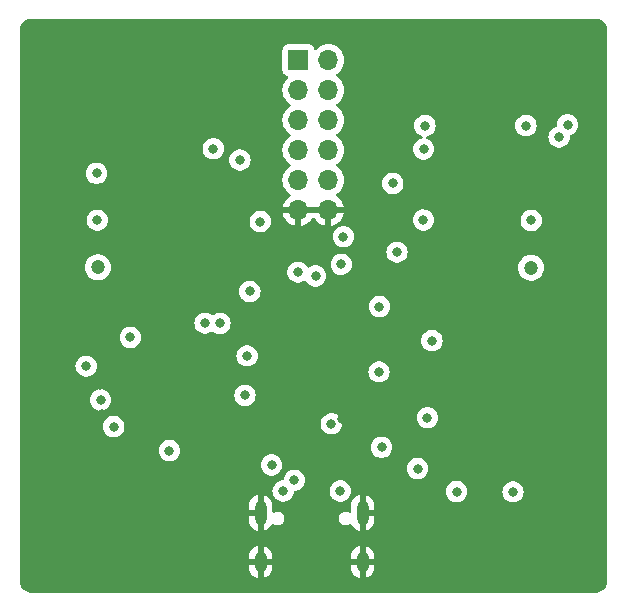
<source format=gbr>
%TF.GenerationSoftware,KiCad,Pcbnew,8.0.0*%
%TF.CreationDate,2024-03-20T17:10:03-04:00*%
%TF.ProjectId,AntEater,416e7445-6174-4657-922e-6b696361645f,rev?*%
%TF.SameCoordinates,Original*%
%TF.FileFunction,Copper,L2,Inr*%
%TF.FilePolarity,Positive*%
%FSLAX46Y46*%
G04 Gerber Fmt 4.6, Leading zero omitted, Abs format (unit mm)*
G04 Created by KiCad (PCBNEW 8.0.0) date 2024-03-20 17:10:03*
%MOMM*%
%LPD*%
G01*
G04 APERTURE LIST*
%TA.AperFunction,ComponentPad*%
%ADD10O,1.000000X1.800000*%
%TD*%
%TA.AperFunction,ComponentPad*%
%ADD11O,1.000000X2.100000*%
%TD*%
%TA.AperFunction,ComponentPad*%
%ADD12O,1.700000X1.700000*%
%TD*%
%TA.AperFunction,ComponentPad*%
%ADD13R,1.700000X1.700000*%
%TD*%
%TA.AperFunction,ViaPad*%
%ADD14C,0.800000*%
%TD*%
%TA.AperFunction,ViaPad*%
%ADD15C,1.200000*%
%TD*%
G04 APERTURE END LIST*
D10*
%TO.N,/GND*%
%TO.C,J2*%
X144310000Y-118370000D03*
D11*
X144310000Y-114190000D03*
D10*
X135670000Y-118370000D03*
D11*
X135670000Y-114190000D03*
%TD*%
D12*
%TO.N,/GND*%
%TO.C,J3*%
X141410000Y-88570000D03*
X138870000Y-88570000D03*
%TO.N,/A0*%
X141410000Y-86030000D03*
%TO.N,/RX*%
X138870000Y-86030000D03*
%TO.N,VCCIO*%
X141410000Y-83490000D03*
%TO.N,/RST*%
X138870000Y-83490000D03*
%TO.N,/TX*%
X141410000Y-80950000D03*
%TO.N,/A1*%
X138870000Y-80950000D03*
%TO.N,/PLUG*%
X141410000Y-78410000D03*
%TO.N,/SDA*%
X138870000Y-78410000D03*
%TO.N,/SCL*%
X141410000Y-75870000D03*
D13*
%TO.N,/A2*%
X138870000Y-75870000D03*
%TD*%
D14*
%TO.N,/GND*%
X158300000Y-116590000D03*
X151170000Y-116420000D03*
X154660000Y-114150000D03*
%TO.N,VCCIO*%
X157040000Y-112420000D03*
%TO.N,/5V*%
X152260000Y-112400000D03*
%TO.N,/A0*%
X146860000Y-86310000D03*
%TO.N,/5V*%
X142410000Y-112340000D03*
X137580000Y-112340000D03*
%TO.N,VCCIO*%
X124640000Y-99340000D03*
%TO.N,/GND*%
X118447400Y-99093600D03*
X136745474Y-94327349D03*
X140986417Y-105670000D03*
X130390000Y-117570000D03*
X153837950Y-91430000D03*
X141427974Y-98477349D03*
X126346800Y-91421800D03*
X130950000Y-106980000D03*
X138427974Y-101407349D03*
X135025474Y-108527349D03*
X122260000Y-105840000D03*
X139975474Y-99982349D03*
X148785474Y-108567349D03*
X141477974Y-101427349D03*
X144430000Y-105685000D03*
X149800000Y-117600000D03*
X145695474Y-100382349D03*
X149220474Y-95047349D03*
X142568065Y-106215000D03*
X161703600Y-75624000D03*
X135447821Y-105189696D03*
X138507974Y-98477349D03*
X126372200Y-87421800D03*
X122110000Y-103350000D03*
X142990474Y-94347349D03*
X150285474Y-102317349D03*
X124200000Y-111030000D03*
X144245474Y-107967349D03*
X132775474Y-108927349D03*
X134296411Y-97886411D03*
X130547974Y-95627349D03*
X131867974Y-101457349D03*
X118625200Y-75776400D03*
X153905800Y-87409600D03*
X126657500Y-114910000D03*
X153905800Y-79409600D03*
X161729000Y-99169800D03*
X126372200Y-79421800D03*
X137915474Y-106347349D03*
%TO.N,VCORE*%
X134345474Y-104257349D03*
X141650000Y-106650000D03*
X134755474Y-95457349D03*
X142505474Y-93167349D03*
%TO.N,/SCL*%
X161670000Y-81340000D03*
X158127800Y-81409600D03*
%TO.N,/SDA*%
X160940000Y-82370000D03*
X149580000Y-81409600D03*
%TO.N,/PLUG*%
X131660000Y-83370000D03*
X149480000Y-83390000D03*
%TO.N,/A0*%
X121780000Y-85450000D03*
%TO.N,/RX*%
X150175474Y-99617349D03*
X140335474Y-94137349D03*
X147214600Y-92134600D03*
X135635000Y-89535000D03*
X158580000Y-89440000D03*
X121838200Y-89421800D03*
%TO.N,/TX*%
X149449600Y-89409600D03*
X142677974Y-90817349D03*
X133920000Y-84330000D03*
%TO.N,Net-(U2-VPHY)*%
X145905474Y-108647349D03*
X136595474Y-110147349D03*
%TO.N,VCCIO*%
X123235474Y-106897349D03*
X145695474Y-102257349D03*
X148955474Y-110447349D03*
D15*
X121890000Y-93410000D03*
D14*
X132230000Y-98160000D03*
X138830000Y-93820000D03*
X120900000Y-101780000D03*
X149797974Y-106147349D03*
X130970000Y-98140000D03*
D15*
X158580000Y-93450000D03*
D14*
X122125474Y-104637349D03*
X134523118Y-100906579D03*
X145727974Y-96732349D03*
%TO.N,Net-(U2-REF)*%
X127937500Y-108930000D03*
X138520474Y-111440000D03*
%TD*%
%TA.AperFunction,Conductor*%
%TO.N,/GND*%
G36*
X140944075Y-88377007D02*
G01*
X140910000Y-88504174D01*
X140910000Y-88635826D01*
X140944075Y-88762993D01*
X140976988Y-88820000D01*
X139303012Y-88820000D01*
X139335925Y-88762993D01*
X139370000Y-88635826D01*
X139370000Y-88504174D01*
X139335925Y-88377007D01*
X139303012Y-88320000D01*
X140976988Y-88320000D01*
X140944075Y-88377007D01*
G37*
%TD.AperFunction*%
%TA.AperFunction,Conductor*%
G36*
X164041509Y-72380037D02*
G01*
X164047232Y-72380177D01*
X164127583Y-72382145D01*
X164148728Y-72384490D01*
X164319013Y-72418362D01*
X164342261Y-72425413D01*
X164501257Y-72491272D01*
X164522692Y-72502730D01*
X164665775Y-72598335D01*
X164684565Y-72613756D01*
X164806243Y-72735434D01*
X164821664Y-72754224D01*
X164917269Y-72897307D01*
X164928728Y-72918745D01*
X164994583Y-73077731D01*
X165001639Y-73100993D01*
X165035508Y-73271266D01*
X165037854Y-73292419D01*
X165039963Y-73378488D01*
X165040000Y-73381526D01*
X165040000Y-119958473D01*
X165039963Y-119961511D01*
X165037854Y-120047580D01*
X165035508Y-120068733D01*
X165001639Y-120239006D01*
X164994583Y-120262268D01*
X164928728Y-120421254D01*
X164917269Y-120442692D01*
X164821664Y-120585775D01*
X164806243Y-120604565D01*
X164684565Y-120726243D01*
X164665775Y-120741664D01*
X164522692Y-120837269D01*
X164501254Y-120848728D01*
X164342268Y-120914583D01*
X164319006Y-120921639D01*
X164148733Y-120955508D01*
X164127580Y-120957854D01*
X164044250Y-120959895D01*
X164041509Y-120959963D01*
X164038473Y-120960000D01*
X116271527Y-120960000D01*
X116268490Y-120959963D01*
X116182420Y-120957854D01*
X116161266Y-120955508D01*
X115990993Y-120921639D01*
X115967731Y-120914583D01*
X115808745Y-120848728D01*
X115787307Y-120837269D01*
X115644224Y-120741664D01*
X115625434Y-120726243D01*
X115503756Y-120604565D01*
X115488335Y-120585775D01*
X115392730Y-120442692D01*
X115381271Y-120421254D01*
X115315413Y-120262261D01*
X115308362Y-120239013D01*
X115274490Y-120068728D01*
X115272145Y-120047583D01*
X115270037Y-119961509D01*
X115270000Y-119958473D01*
X115270000Y-118868495D01*
X134670000Y-118868495D01*
X134708427Y-119061681D01*
X134708430Y-119061693D01*
X134783807Y-119243671D01*
X134783814Y-119243684D01*
X134893248Y-119407462D01*
X134893251Y-119407466D01*
X135032533Y-119546748D01*
X135032537Y-119546751D01*
X135196315Y-119656185D01*
X135196328Y-119656192D01*
X135378308Y-119731569D01*
X135420000Y-119739862D01*
X135420000Y-118936988D01*
X135429940Y-118954205D01*
X135485795Y-119010060D01*
X135554204Y-119049556D01*
X135630504Y-119070000D01*
X135709496Y-119070000D01*
X135785796Y-119049556D01*
X135854205Y-119010060D01*
X135910060Y-118954205D01*
X135920000Y-118936988D01*
X135920000Y-119739862D01*
X135961690Y-119731569D01*
X135961692Y-119731569D01*
X136143671Y-119656192D01*
X136143684Y-119656185D01*
X136307462Y-119546751D01*
X136307466Y-119546748D01*
X136446748Y-119407466D01*
X136446751Y-119407462D01*
X136556185Y-119243684D01*
X136556192Y-119243671D01*
X136631569Y-119061693D01*
X136631572Y-119061681D01*
X136669999Y-118868495D01*
X143310000Y-118868495D01*
X143348427Y-119061681D01*
X143348430Y-119061693D01*
X143423807Y-119243671D01*
X143423814Y-119243684D01*
X143533248Y-119407462D01*
X143533251Y-119407466D01*
X143672533Y-119546748D01*
X143672537Y-119546751D01*
X143836315Y-119656185D01*
X143836328Y-119656192D01*
X144018308Y-119731569D01*
X144060000Y-119739862D01*
X144060000Y-118936988D01*
X144069940Y-118954205D01*
X144125795Y-119010060D01*
X144194204Y-119049556D01*
X144270504Y-119070000D01*
X144349496Y-119070000D01*
X144425796Y-119049556D01*
X144494205Y-119010060D01*
X144550060Y-118954205D01*
X144560000Y-118936988D01*
X144560000Y-119739862D01*
X144601690Y-119731569D01*
X144601692Y-119731569D01*
X144783671Y-119656192D01*
X144783684Y-119656185D01*
X144947462Y-119546751D01*
X144947466Y-119546748D01*
X145086748Y-119407466D01*
X145086751Y-119407462D01*
X145196185Y-119243684D01*
X145196192Y-119243671D01*
X145271569Y-119061693D01*
X145271572Y-119061681D01*
X145309999Y-118868495D01*
X145310000Y-118868492D01*
X145310000Y-118620000D01*
X144610000Y-118620000D01*
X144610000Y-118120000D01*
X145310000Y-118120000D01*
X145310000Y-117871508D01*
X145309999Y-117871504D01*
X145271572Y-117678318D01*
X145271569Y-117678306D01*
X145196192Y-117496328D01*
X145196185Y-117496315D01*
X145086751Y-117332537D01*
X145086748Y-117332533D01*
X144947466Y-117193251D01*
X144947462Y-117193248D01*
X144783684Y-117083814D01*
X144783671Y-117083807D01*
X144601691Y-117008429D01*
X144601683Y-117008427D01*
X144560000Y-117000135D01*
X144560000Y-117803011D01*
X144550060Y-117785795D01*
X144494205Y-117729940D01*
X144425796Y-117690444D01*
X144349496Y-117670000D01*
X144270504Y-117670000D01*
X144194204Y-117690444D01*
X144125795Y-117729940D01*
X144069940Y-117785795D01*
X144060000Y-117803011D01*
X144060000Y-117000136D01*
X144059999Y-117000135D01*
X144018316Y-117008427D01*
X144018308Y-117008429D01*
X143836328Y-117083807D01*
X143836315Y-117083814D01*
X143672537Y-117193248D01*
X143672533Y-117193251D01*
X143533251Y-117332533D01*
X143533248Y-117332537D01*
X143423814Y-117496315D01*
X143423807Y-117496328D01*
X143348430Y-117678306D01*
X143348427Y-117678318D01*
X143310000Y-117871504D01*
X143310000Y-118120000D01*
X144010000Y-118120000D01*
X144010000Y-118620000D01*
X143310000Y-118620000D01*
X143310000Y-118868495D01*
X136669999Y-118868495D01*
X136670000Y-118868492D01*
X136670000Y-118620000D01*
X135970000Y-118620000D01*
X135970000Y-118120000D01*
X136670000Y-118120000D01*
X136670000Y-117871508D01*
X136669999Y-117871504D01*
X136631572Y-117678318D01*
X136631569Y-117678306D01*
X136556192Y-117496328D01*
X136556185Y-117496315D01*
X136446751Y-117332537D01*
X136446748Y-117332533D01*
X136307466Y-117193251D01*
X136307462Y-117193248D01*
X136143684Y-117083814D01*
X136143671Y-117083807D01*
X135961691Y-117008429D01*
X135961683Y-117008427D01*
X135920000Y-117000135D01*
X135920000Y-117803011D01*
X135910060Y-117785795D01*
X135854205Y-117729940D01*
X135785796Y-117690444D01*
X135709496Y-117670000D01*
X135630504Y-117670000D01*
X135554204Y-117690444D01*
X135485795Y-117729940D01*
X135429940Y-117785795D01*
X135420000Y-117803011D01*
X135420000Y-117000136D01*
X135419999Y-117000135D01*
X135378316Y-117008427D01*
X135378308Y-117008429D01*
X135196328Y-117083807D01*
X135196315Y-117083814D01*
X135032537Y-117193248D01*
X135032533Y-117193251D01*
X134893251Y-117332533D01*
X134893248Y-117332537D01*
X134783814Y-117496315D01*
X134783807Y-117496328D01*
X134708430Y-117678306D01*
X134708427Y-117678318D01*
X134670000Y-117871504D01*
X134670000Y-118120000D01*
X135370000Y-118120000D01*
X135370000Y-118620000D01*
X134670000Y-118620000D01*
X134670000Y-118868495D01*
X115270000Y-118868495D01*
X115270000Y-114838495D01*
X134670000Y-114838495D01*
X134708427Y-115031681D01*
X134708430Y-115031693D01*
X134783807Y-115213671D01*
X134783814Y-115213684D01*
X134893248Y-115377462D01*
X134893251Y-115377466D01*
X135032533Y-115516748D01*
X135032537Y-115516751D01*
X135196315Y-115626185D01*
X135196328Y-115626192D01*
X135378308Y-115701569D01*
X135420000Y-115709862D01*
X135420000Y-114906988D01*
X135429940Y-114924205D01*
X135485795Y-114980060D01*
X135554204Y-115019556D01*
X135630504Y-115040000D01*
X135709496Y-115040000D01*
X135785796Y-115019556D01*
X135854205Y-114980060D01*
X135910060Y-114924205D01*
X135920000Y-114906988D01*
X135920000Y-115709862D01*
X135961690Y-115701569D01*
X135961692Y-115701569D01*
X136143671Y-115626192D01*
X136143684Y-115626185D01*
X136307462Y-115516751D01*
X136307466Y-115516748D01*
X136446748Y-115377466D01*
X136446751Y-115377462D01*
X136556185Y-115213684D01*
X136556186Y-115213682D01*
X136560129Y-115204163D01*
X136603968Y-115149757D01*
X136670261Y-115127689D01*
X136737961Y-115144965D01*
X136743400Y-115148647D01*
X136746634Y-115150514D01*
X136746635Y-115150515D01*
X136877865Y-115226281D01*
X137024234Y-115265500D01*
X137024236Y-115265500D01*
X137175764Y-115265500D01*
X137175766Y-115265500D01*
X137322135Y-115226281D01*
X137453365Y-115150515D01*
X137560515Y-115043365D01*
X137636281Y-114912135D01*
X137675500Y-114765766D01*
X137675500Y-114765765D01*
X142304500Y-114765765D01*
X142343719Y-114912136D01*
X142381602Y-114977750D01*
X142419485Y-115043365D01*
X142526635Y-115150515D01*
X142657865Y-115226281D01*
X142804234Y-115265500D01*
X142804236Y-115265500D01*
X142955764Y-115265500D01*
X142955766Y-115265500D01*
X143102135Y-115226281D01*
X143233365Y-115150515D01*
X143233366Y-115150513D01*
X143240403Y-115146451D01*
X143241676Y-115148656D01*
X143294956Y-115128043D01*
X143363405Y-115142063D01*
X143413407Y-115190864D01*
X143419867Y-115204157D01*
X143423809Y-115213674D01*
X143423814Y-115213684D01*
X143533248Y-115377462D01*
X143533251Y-115377466D01*
X143672533Y-115516748D01*
X143672537Y-115516751D01*
X143836315Y-115626185D01*
X143836328Y-115626192D01*
X144018308Y-115701569D01*
X144060000Y-115709862D01*
X144060000Y-114906988D01*
X144069940Y-114924205D01*
X144125795Y-114980060D01*
X144194204Y-115019556D01*
X144270504Y-115040000D01*
X144349496Y-115040000D01*
X144425796Y-115019556D01*
X144494205Y-114980060D01*
X144550060Y-114924205D01*
X144560000Y-114906988D01*
X144560000Y-115709862D01*
X144601690Y-115701569D01*
X144601692Y-115701569D01*
X144783671Y-115626192D01*
X144783684Y-115626185D01*
X144947462Y-115516751D01*
X144947466Y-115516748D01*
X145086748Y-115377466D01*
X145086751Y-115377462D01*
X145196185Y-115213684D01*
X145196192Y-115213671D01*
X145271569Y-115031693D01*
X145271572Y-115031681D01*
X145309999Y-114838495D01*
X145310000Y-114838492D01*
X145310000Y-114440000D01*
X144610000Y-114440000D01*
X144610000Y-113940000D01*
X145310000Y-113940000D01*
X145310000Y-113541508D01*
X145309999Y-113541504D01*
X145271572Y-113348318D01*
X145271569Y-113348306D01*
X145196192Y-113166328D01*
X145196185Y-113166315D01*
X145086751Y-113002537D01*
X145086748Y-113002533D01*
X144947466Y-112863251D01*
X144947462Y-112863248D01*
X144783684Y-112753814D01*
X144783671Y-112753807D01*
X144601691Y-112678429D01*
X144601683Y-112678427D01*
X144560000Y-112670135D01*
X144560000Y-113473011D01*
X144550060Y-113455795D01*
X144494205Y-113399940D01*
X144425796Y-113360444D01*
X144349496Y-113340000D01*
X144270504Y-113340000D01*
X144194204Y-113360444D01*
X144125795Y-113399940D01*
X144069940Y-113455795D01*
X144060000Y-113473011D01*
X144060000Y-112670136D01*
X144059999Y-112670135D01*
X144018316Y-112678427D01*
X144018308Y-112678429D01*
X143836328Y-112753807D01*
X143836315Y-112753814D01*
X143672537Y-112863248D01*
X143672533Y-112863251D01*
X143533251Y-113002533D01*
X143533248Y-113002537D01*
X143423814Y-113166315D01*
X143423807Y-113166328D01*
X143348430Y-113348306D01*
X143348427Y-113348318D01*
X143310000Y-113541504D01*
X143310000Y-114058955D01*
X143290315Y-114125994D01*
X143237511Y-114171749D01*
X143168353Y-114181693D01*
X143124000Y-114166342D01*
X143102138Y-114153720D01*
X143102135Y-114153719D01*
X142955766Y-114114500D01*
X142804234Y-114114500D01*
X142657863Y-114153719D01*
X142526635Y-114229485D01*
X142526632Y-114229487D01*
X142419487Y-114336632D01*
X142419485Y-114336635D01*
X142343719Y-114467863D01*
X142304500Y-114614234D01*
X142304500Y-114765765D01*
X137675500Y-114765765D01*
X137675500Y-114614234D01*
X137636281Y-114467865D01*
X137560515Y-114336635D01*
X137453365Y-114229485D01*
X137343999Y-114166342D01*
X137322136Y-114153719D01*
X137248950Y-114134109D01*
X137175766Y-114114500D01*
X137024234Y-114114500D01*
X136877865Y-114153719D01*
X136877864Y-114153719D01*
X136877862Y-114153720D01*
X136877861Y-114153720D01*
X136856000Y-114166342D01*
X136788099Y-114182815D01*
X136722073Y-114159962D01*
X136678882Y-114105041D01*
X136670000Y-114058955D01*
X136670000Y-113541508D01*
X136669999Y-113541504D01*
X136631572Y-113348318D01*
X136631569Y-113348306D01*
X136556192Y-113166328D01*
X136556185Y-113166315D01*
X136446751Y-113002537D01*
X136446748Y-113002533D01*
X136307466Y-112863251D01*
X136307462Y-112863248D01*
X136143684Y-112753814D01*
X136143671Y-112753807D01*
X135961691Y-112678429D01*
X135961683Y-112678427D01*
X135920000Y-112670135D01*
X135920000Y-113473011D01*
X135910060Y-113455795D01*
X135854205Y-113399940D01*
X135785796Y-113360444D01*
X135709496Y-113340000D01*
X135630504Y-113340000D01*
X135554204Y-113360444D01*
X135485795Y-113399940D01*
X135429940Y-113455795D01*
X135420000Y-113473011D01*
X135420000Y-112670136D01*
X135419999Y-112670135D01*
X135378316Y-112678427D01*
X135378308Y-112678429D01*
X135196328Y-112753807D01*
X135196315Y-112753814D01*
X135032537Y-112863248D01*
X135032533Y-112863251D01*
X134893251Y-113002533D01*
X134893248Y-113002537D01*
X134783814Y-113166315D01*
X134783807Y-113166328D01*
X134708430Y-113348306D01*
X134708427Y-113348318D01*
X134670000Y-113541504D01*
X134670000Y-113940000D01*
X135370000Y-113940000D01*
X135370000Y-114440000D01*
X134670000Y-114440000D01*
X134670000Y-114838495D01*
X115270000Y-114838495D01*
X115270000Y-112340000D01*
X136674540Y-112340000D01*
X136694326Y-112528256D01*
X136694327Y-112528259D01*
X136752818Y-112708277D01*
X136752821Y-112708284D01*
X136847467Y-112872216D01*
X136919498Y-112952214D01*
X136974129Y-113012888D01*
X137127265Y-113124148D01*
X137127270Y-113124151D01*
X137300192Y-113201142D01*
X137300197Y-113201144D01*
X137485354Y-113240500D01*
X137485355Y-113240500D01*
X137674644Y-113240500D01*
X137674646Y-113240500D01*
X137859803Y-113201144D01*
X138032730Y-113124151D01*
X138185871Y-113012888D01*
X138312533Y-112872216D01*
X138407179Y-112708284D01*
X138465674Y-112528256D01*
X138473737Y-112451539D01*
X138500321Y-112386925D01*
X138557618Y-112346939D01*
X138597058Y-112340500D01*
X138615118Y-112340500D01*
X138615120Y-112340500D01*
X138617472Y-112340000D01*
X141504540Y-112340000D01*
X141524326Y-112528256D01*
X141524327Y-112528259D01*
X141582818Y-112708277D01*
X141582821Y-112708284D01*
X141677467Y-112872216D01*
X141749498Y-112952214D01*
X141804129Y-113012888D01*
X141957265Y-113124148D01*
X141957270Y-113124151D01*
X142130192Y-113201142D01*
X142130197Y-113201144D01*
X142315354Y-113240500D01*
X142315355Y-113240500D01*
X142504644Y-113240500D01*
X142504646Y-113240500D01*
X142689803Y-113201144D01*
X142862730Y-113124151D01*
X143015871Y-113012888D01*
X143142533Y-112872216D01*
X143237179Y-112708284D01*
X143295674Y-112528256D01*
X143309154Y-112400000D01*
X151354540Y-112400000D01*
X151374326Y-112588256D01*
X151374327Y-112588259D01*
X151432818Y-112768277D01*
X151432821Y-112768284D01*
X151527467Y-112932216D01*
X151600105Y-113012888D01*
X151654129Y-113072888D01*
X151807265Y-113184148D01*
X151807270Y-113184151D01*
X151980192Y-113261142D01*
X151980197Y-113261144D01*
X152165354Y-113300500D01*
X152165355Y-113300500D01*
X152354644Y-113300500D01*
X152354646Y-113300500D01*
X152539803Y-113261144D01*
X152712730Y-113184151D01*
X152865871Y-113072888D01*
X152992533Y-112932216D01*
X153087179Y-112768284D01*
X153145674Y-112588256D01*
X153163358Y-112420000D01*
X156134540Y-112420000D01*
X156154326Y-112608256D01*
X156154327Y-112608259D01*
X156212818Y-112788277D01*
X156212821Y-112788284D01*
X156307467Y-112952216D01*
X156416121Y-113072888D01*
X156434129Y-113092888D01*
X156587265Y-113204148D01*
X156587270Y-113204151D01*
X156760192Y-113281142D01*
X156760197Y-113281144D01*
X156945354Y-113320500D01*
X156945355Y-113320500D01*
X157134644Y-113320500D01*
X157134646Y-113320500D01*
X157319803Y-113281144D01*
X157492730Y-113204151D01*
X157645871Y-113092888D01*
X157772533Y-112952216D01*
X157867179Y-112788284D01*
X157925674Y-112608256D01*
X157945460Y-112420000D01*
X157925674Y-112231744D01*
X157867179Y-112051716D01*
X157772533Y-111887784D01*
X157645871Y-111747112D01*
X157645870Y-111747111D01*
X157492734Y-111635851D01*
X157492729Y-111635848D01*
X157319807Y-111558857D01*
X157319802Y-111558855D01*
X157174001Y-111527865D01*
X157134646Y-111519500D01*
X156945354Y-111519500D01*
X156912897Y-111526398D01*
X156760197Y-111558855D01*
X156760192Y-111558857D01*
X156587270Y-111635848D01*
X156587265Y-111635851D01*
X156434129Y-111747111D01*
X156307466Y-111887785D01*
X156212821Y-112051715D01*
X156212818Y-112051722D01*
X156160824Y-112211744D01*
X156154326Y-112231744D01*
X156134540Y-112420000D01*
X153163358Y-112420000D01*
X153165460Y-112400000D01*
X153145674Y-112211744D01*
X153087179Y-112031716D01*
X152992533Y-111867784D01*
X152865871Y-111727112D01*
X152865870Y-111727111D01*
X152712734Y-111615851D01*
X152712729Y-111615848D01*
X152539807Y-111538857D01*
X152539802Y-111538855D01*
X152394001Y-111507865D01*
X152354646Y-111499500D01*
X152165354Y-111499500D01*
X152132897Y-111506398D01*
X151980197Y-111538855D01*
X151980192Y-111538857D01*
X151807270Y-111615848D01*
X151807265Y-111615851D01*
X151654129Y-111727111D01*
X151527466Y-111867785D01*
X151432821Y-112031715D01*
X151432818Y-112031722D01*
X151393821Y-112151744D01*
X151374326Y-112211744D01*
X151354540Y-112400000D01*
X143309154Y-112400000D01*
X143315460Y-112340000D01*
X143295674Y-112151744D01*
X143241112Y-111983823D01*
X143237181Y-111971722D01*
X143237180Y-111971721D01*
X143237179Y-111971716D01*
X143142533Y-111807784D01*
X143015871Y-111667112D01*
X142972844Y-111635851D01*
X142862734Y-111555851D01*
X142862729Y-111555848D01*
X142689807Y-111478857D01*
X142689802Y-111478855D01*
X142544001Y-111447865D01*
X142504646Y-111439500D01*
X142315354Y-111439500D01*
X142282897Y-111446398D01*
X142130197Y-111478855D01*
X142130192Y-111478857D01*
X141957270Y-111555848D01*
X141957265Y-111555851D01*
X141804129Y-111667111D01*
X141677466Y-111807785D01*
X141582821Y-111971715D01*
X141582818Y-111971722D01*
X141556827Y-112051716D01*
X141524326Y-112151744D01*
X141504540Y-112340000D01*
X138617472Y-112340000D01*
X138800277Y-112301144D01*
X138973204Y-112224151D01*
X139126345Y-112112888D01*
X139253007Y-111972216D01*
X139347653Y-111808284D01*
X139406148Y-111628256D01*
X139425934Y-111440000D01*
X139406148Y-111251744D01*
X139347653Y-111071716D01*
X139253007Y-110907784D01*
X139126345Y-110767112D01*
X139126344Y-110767111D01*
X138973208Y-110655851D01*
X138973203Y-110655848D01*
X138800281Y-110578857D01*
X138800276Y-110578855D01*
X138654475Y-110547865D01*
X138615120Y-110539500D01*
X138425828Y-110539500D01*
X138393371Y-110546398D01*
X138240671Y-110578855D01*
X138240666Y-110578857D01*
X138067744Y-110655848D01*
X138067739Y-110655851D01*
X137914603Y-110767111D01*
X137787940Y-110907785D01*
X137693295Y-111071715D01*
X137693292Y-111071722D01*
X137634799Y-111251745D01*
X137626737Y-111328461D01*
X137600153Y-111393075D01*
X137542856Y-111433061D01*
X137503416Y-111439500D01*
X137485354Y-111439500D01*
X137452897Y-111446398D01*
X137300197Y-111478855D01*
X137300192Y-111478857D01*
X137127270Y-111555848D01*
X137127265Y-111555851D01*
X136974129Y-111667111D01*
X136847466Y-111807785D01*
X136752821Y-111971715D01*
X136752818Y-111971722D01*
X136726827Y-112051716D01*
X136694326Y-112151744D01*
X136674540Y-112340000D01*
X115270000Y-112340000D01*
X115270000Y-110147349D01*
X135690014Y-110147349D01*
X135709800Y-110335605D01*
X135709801Y-110335608D01*
X135768292Y-110515626D01*
X135768295Y-110515633D01*
X135862941Y-110679565D01*
X135941768Y-110767111D01*
X135989603Y-110820237D01*
X136142739Y-110931497D01*
X136142744Y-110931500D01*
X136315666Y-111008491D01*
X136315671Y-111008493D01*
X136500828Y-111047849D01*
X136500829Y-111047849D01*
X136690118Y-111047849D01*
X136690120Y-111047849D01*
X136875277Y-111008493D01*
X137048204Y-110931500D01*
X137201345Y-110820237D01*
X137328007Y-110679565D01*
X137422653Y-110515633D01*
X137444840Y-110447349D01*
X148050014Y-110447349D01*
X148069800Y-110635605D01*
X148069801Y-110635608D01*
X148128292Y-110815626D01*
X148128295Y-110815633D01*
X148222941Y-110979565D01*
X148305920Y-111071722D01*
X148349603Y-111120237D01*
X148502739Y-111231497D01*
X148502744Y-111231500D01*
X148675666Y-111308491D01*
X148675671Y-111308493D01*
X148860828Y-111347849D01*
X148860829Y-111347849D01*
X149050118Y-111347849D01*
X149050120Y-111347849D01*
X149235277Y-111308493D01*
X149408204Y-111231500D01*
X149561345Y-111120237D01*
X149688007Y-110979565D01*
X149782653Y-110815633D01*
X149841148Y-110635605D01*
X149860934Y-110447349D01*
X149841148Y-110259093D01*
X149782653Y-110079065D01*
X149688007Y-109915133D01*
X149561345Y-109774461D01*
X149561344Y-109774460D01*
X149408208Y-109663200D01*
X149408203Y-109663197D01*
X149235281Y-109586206D01*
X149235276Y-109586204D01*
X149089475Y-109555214D01*
X149050120Y-109546849D01*
X148860828Y-109546849D01*
X148828371Y-109553747D01*
X148675671Y-109586204D01*
X148675666Y-109586206D01*
X148502744Y-109663197D01*
X148502739Y-109663200D01*
X148349603Y-109774460D01*
X148222940Y-109915134D01*
X148128295Y-110079064D01*
X148128292Y-110079071D01*
X148069801Y-110259089D01*
X148069800Y-110259093D01*
X148050014Y-110447349D01*
X137444840Y-110447349D01*
X137481148Y-110335605D01*
X137500934Y-110147349D01*
X137481148Y-109959093D01*
X137422653Y-109779065D01*
X137328007Y-109615133D01*
X137201345Y-109474461D01*
X137201344Y-109474460D01*
X137048208Y-109363200D01*
X137048203Y-109363197D01*
X136875281Y-109286206D01*
X136875276Y-109286204D01*
X136729475Y-109255214D01*
X136690120Y-109246849D01*
X136500828Y-109246849D01*
X136468371Y-109253747D01*
X136315671Y-109286204D01*
X136315666Y-109286206D01*
X136142744Y-109363197D01*
X136142739Y-109363200D01*
X135989603Y-109474460D01*
X135862940Y-109615134D01*
X135768295Y-109779064D01*
X135768292Y-109779071D01*
X135724083Y-109915134D01*
X135709800Y-109959093D01*
X135690014Y-110147349D01*
X115270000Y-110147349D01*
X115270000Y-108930000D01*
X127032040Y-108930000D01*
X127051826Y-109118256D01*
X127051827Y-109118259D01*
X127110318Y-109298277D01*
X127110321Y-109298284D01*
X127204967Y-109462216D01*
X127331629Y-109602888D01*
X127484765Y-109714148D01*
X127484770Y-109714151D01*
X127657692Y-109791142D01*
X127657697Y-109791144D01*
X127842854Y-109830500D01*
X127842855Y-109830500D01*
X128032144Y-109830500D01*
X128032146Y-109830500D01*
X128217303Y-109791144D01*
X128390230Y-109714151D01*
X128543371Y-109602888D01*
X128670033Y-109462216D01*
X128764679Y-109298284D01*
X128823174Y-109118256D01*
X128842960Y-108930000D01*
X128823174Y-108741744D01*
X128792503Y-108647349D01*
X145000014Y-108647349D01*
X145019800Y-108835605D01*
X145019801Y-108835608D01*
X145078292Y-109015626D01*
X145078295Y-109015633D01*
X145172941Y-109179565D01*
X145268961Y-109286206D01*
X145299603Y-109320237D01*
X145452739Y-109431497D01*
X145452744Y-109431500D01*
X145625666Y-109508491D01*
X145625671Y-109508493D01*
X145810828Y-109547849D01*
X145810829Y-109547849D01*
X146000118Y-109547849D01*
X146000120Y-109547849D01*
X146185277Y-109508493D01*
X146358204Y-109431500D01*
X146511345Y-109320237D01*
X146638007Y-109179565D01*
X146732653Y-109015633D01*
X146791148Y-108835605D01*
X146810934Y-108647349D01*
X146791148Y-108459093D01*
X146732653Y-108279065D01*
X146638007Y-108115133D01*
X146511345Y-107974461D01*
X146511344Y-107974460D01*
X146358208Y-107863200D01*
X146358203Y-107863197D01*
X146185281Y-107786206D01*
X146185276Y-107786204D01*
X146039475Y-107755214D01*
X146000120Y-107746849D01*
X145810828Y-107746849D01*
X145778371Y-107753747D01*
X145625671Y-107786204D01*
X145625666Y-107786206D01*
X145452744Y-107863197D01*
X145452739Y-107863200D01*
X145299603Y-107974460D01*
X145172940Y-108115134D01*
X145078295Y-108279064D01*
X145078292Y-108279071D01*
X145039720Y-108397785D01*
X145019800Y-108459093D01*
X145000014Y-108647349D01*
X128792503Y-108647349D01*
X128764679Y-108561716D01*
X128670033Y-108397784D01*
X128543371Y-108257112D01*
X128543370Y-108257111D01*
X128390234Y-108145851D01*
X128390229Y-108145848D01*
X128217307Y-108068857D01*
X128217302Y-108068855D01*
X128071501Y-108037865D01*
X128032146Y-108029500D01*
X127842854Y-108029500D01*
X127810397Y-108036398D01*
X127657697Y-108068855D01*
X127657692Y-108068857D01*
X127484770Y-108145848D01*
X127484765Y-108145851D01*
X127331629Y-108257111D01*
X127204966Y-108397785D01*
X127110321Y-108561715D01*
X127110318Y-108561722D01*
X127051827Y-108741740D01*
X127051826Y-108741744D01*
X127032040Y-108930000D01*
X115270000Y-108930000D01*
X115270000Y-106897349D01*
X122330014Y-106897349D01*
X122349800Y-107085605D01*
X122349801Y-107085608D01*
X122408292Y-107265626D01*
X122408295Y-107265633D01*
X122502941Y-107429565D01*
X122611832Y-107550500D01*
X122629603Y-107570237D01*
X122782739Y-107681497D01*
X122782744Y-107681500D01*
X122955666Y-107758491D01*
X122955671Y-107758493D01*
X123140828Y-107797849D01*
X123140829Y-107797849D01*
X123330118Y-107797849D01*
X123330120Y-107797849D01*
X123515277Y-107758493D01*
X123688204Y-107681500D01*
X123841345Y-107570237D01*
X123968007Y-107429565D01*
X124062653Y-107265633D01*
X124121148Y-107085605D01*
X124140934Y-106897349D01*
X124121148Y-106709093D01*
X124101947Y-106650000D01*
X140744540Y-106650000D01*
X140764326Y-106838256D01*
X140764327Y-106838259D01*
X140822818Y-107018277D01*
X140822821Y-107018284D01*
X140917467Y-107182216D01*
X141044129Y-107322888D01*
X141197265Y-107434148D01*
X141197270Y-107434151D01*
X141370192Y-107511142D01*
X141370197Y-107511144D01*
X141555354Y-107550500D01*
X141555355Y-107550500D01*
X141744644Y-107550500D01*
X141744646Y-107550500D01*
X141929803Y-107511144D01*
X142102730Y-107434151D01*
X142255871Y-107322888D01*
X142382533Y-107182216D01*
X142477179Y-107018284D01*
X142535674Y-106838256D01*
X142555460Y-106650000D01*
X142535674Y-106461744D01*
X142477179Y-106281716D01*
X142399602Y-106147349D01*
X148892514Y-106147349D01*
X148912300Y-106335605D01*
X148912301Y-106335608D01*
X148970792Y-106515626D01*
X148970795Y-106515633D01*
X149065441Y-106679565D01*
X149192103Y-106820237D01*
X149345239Y-106931497D01*
X149345244Y-106931500D01*
X149518166Y-107008491D01*
X149518171Y-107008493D01*
X149703328Y-107047849D01*
X149703329Y-107047849D01*
X149892618Y-107047849D01*
X149892620Y-107047849D01*
X150077777Y-107008493D01*
X150250704Y-106931500D01*
X150403845Y-106820237D01*
X150530507Y-106679565D01*
X150625153Y-106515633D01*
X150683648Y-106335605D01*
X150703434Y-106147349D01*
X150683648Y-105959093D01*
X150625153Y-105779065D01*
X150530507Y-105615133D01*
X150403845Y-105474461D01*
X150403844Y-105474460D01*
X150250708Y-105363200D01*
X150250703Y-105363197D01*
X150077781Y-105286206D01*
X150077776Y-105286204D01*
X149931975Y-105255214D01*
X149892620Y-105246849D01*
X149703328Y-105246849D01*
X149670871Y-105253747D01*
X149518171Y-105286204D01*
X149518166Y-105286206D01*
X149345244Y-105363197D01*
X149345239Y-105363200D01*
X149192103Y-105474460D01*
X149065440Y-105615134D01*
X148970795Y-105779064D01*
X148970792Y-105779071D01*
X148942596Y-105865851D01*
X148912300Y-105959093D01*
X148892514Y-106147349D01*
X142399602Y-106147349D01*
X142382533Y-106117784D01*
X142255871Y-105977112D01*
X142231070Y-105959093D01*
X142102734Y-105865851D01*
X142102729Y-105865848D01*
X141929807Y-105788857D01*
X141929802Y-105788855D01*
X141784001Y-105757865D01*
X141744646Y-105749500D01*
X141555354Y-105749500D01*
X141522897Y-105756398D01*
X141370197Y-105788855D01*
X141370192Y-105788857D01*
X141197270Y-105865848D01*
X141197265Y-105865851D01*
X141044129Y-105977111D01*
X140917466Y-106117785D01*
X140822821Y-106281715D01*
X140822818Y-106281722D01*
X140764327Y-106461740D01*
X140764326Y-106461744D01*
X140744540Y-106650000D01*
X124101947Y-106650000D01*
X124062653Y-106529065D01*
X123968007Y-106365133D01*
X123841345Y-106224461D01*
X123841344Y-106224460D01*
X123688208Y-106113200D01*
X123688203Y-106113197D01*
X123515281Y-106036206D01*
X123515276Y-106036204D01*
X123369475Y-106005214D01*
X123330120Y-105996849D01*
X123140828Y-105996849D01*
X123108371Y-106003747D01*
X122955671Y-106036204D01*
X122955666Y-106036206D01*
X122782744Y-106113197D01*
X122782739Y-106113200D01*
X122629603Y-106224460D01*
X122502940Y-106365134D01*
X122408295Y-106529064D01*
X122408292Y-106529071D01*
X122359395Y-106679563D01*
X122349800Y-106709093D01*
X122330014Y-106897349D01*
X115270000Y-106897349D01*
X115270000Y-104637349D01*
X121220014Y-104637349D01*
X121239800Y-104825605D01*
X121239801Y-104825608D01*
X121298292Y-105005626D01*
X121298295Y-105005633D01*
X121392941Y-105169565D01*
X121497965Y-105286206D01*
X121519603Y-105310237D01*
X121672739Y-105421497D01*
X121672744Y-105421500D01*
X121845666Y-105498491D01*
X121845671Y-105498493D01*
X122030828Y-105537849D01*
X122030829Y-105537849D01*
X122220118Y-105537849D01*
X122220120Y-105537849D01*
X122405277Y-105498493D01*
X122578204Y-105421500D01*
X122731345Y-105310237D01*
X122858007Y-105169565D01*
X122952653Y-105005633D01*
X123011148Y-104825605D01*
X123030934Y-104637349D01*
X123011148Y-104449093D01*
X122952653Y-104269065D01*
X122945889Y-104257349D01*
X133440014Y-104257349D01*
X133459800Y-104445605D01*
X133459801Y-104445608D01*
X133518292Y-104625626D01*
X133518295Y-104625633D01*
X133612941Y-104789565D01*
X133739603Y-104930237D01*
X133892739Y-105041497D01*
X133892744Y-105041500D01*
X134065666Y-105118491D01*
X134065671Y-105118493D01*
X134250828Y-105157849D01*
X134250829Y-105157849D01*
X134440118Y-105157849D01*
X134440120Y-105157849D01*
X134625277Y-105118493D01*
X134798204Y-105041500D01*
X134951345Y-104930237D01*
X135078007Y-104789565D01*
X135172653Y-104625633D01*
X135231148Y-104445605D01*
X135250934Y-104257349D01*
X135231148Y-104069093D01*
X135172653Y-103889065D01*
X135078007Y-103725133D01*
X134951345Y-103584461D01*
X134951344Y-103584460D01*
X134798208Y-103473200D01*
X134798203Y-103473197D01*
X134625281Y-103396206D01*
X134625276Y-103396204D01*
X134479475Y-103365214D01*
X134440120Y-103356849D01*
X134250828Y-103356849D01*
X134218371Y-103363747D01*
X134065671Y-103396204D01*
X134065666Y-103396206D01*
X133892744Y-103473197D01*
X133892739Y-103473200D01*
X133739603Y-103584460D01*
X133612940Y-103725134D01*
X133518295Y-103889064D01*
X133518292Y-103889071D01*
X133459801Y-104069089D01*
X133459800Y-104069093D01*
X133440014Y-104257349D01*
X122945889Y-104257349D01*
X122858007Y-104105133D01*
X122731345Y-103964461D01*
X122731344Y-103964460D01*
X122578208Y-103853200D01*
X122578203Y-103853197D01*
X122405281Y-103776206D01*
X122405276Y-103776204D01*
X122259475Y-103745214D01*
X122220120Y-103736849D01*
X122030828Y-103736849D01*
X121998371Y-103743747D01*
X121845671Y-103776204D01*
X121845666Y-103776206D01*
X121672744Y-103853197D01*
X121672739Y-103853200D01*
X121519603Y-103964460D01*
X121392940Y-104105134D01*
X121298295Y-104269064D01*
X121298292Y-104269071D01*
X121240933Y-104445605D01*
X121239800Y-104449093D01*
X121220014Y-104637349D01*
X115270000Y-104637349D01*
X115270000Y-101780000D01*
X119994540Y-101780000D01*
X120014326Y-101968256D01*
X120014327Y-101968259D01*
X120072818Y-102148277D01*
X120072821Y-102148284D01*
X120167467Y-102312216D01*
X120287571Y-102445605D01*
X120294129Y-102452888D01*
X120447265Y-102564148D01*
X120447270Y-102564151D01*
X120620192Y-102641142D01*
X120620197Y-102641144D01*
X120805354Y-102680500D01*
X120805355Y-102680500D01*
X120994644Y-102680500D01*
X120994646Y-102680500D01*
X121179803Y-102641144D01*
X121352730Y-102564151D01*
X121505871Y-102452888D01*
X121632533Y-102312216D01*
X121664210Y-102257349D01*
X144790014Y-102257349D01*
X144809800Y-102445605D01*
X144809801Y-102445608D01*
X144868292Y-102625626D01*
X144868295Y-102625633D01*
X144962941Y-102789565D01*
X145089603Y-102930237D01*
X145242739Y-103041497D01*
X145242744Y-103041500D01*
X145415666Y-103118491D01*
X145415671Y-103118493D01*
X145600828Y-103157849D01*
X145600829Y-103157849D01*
X145790118Y-103157849D01*
X145790120Y-103157849D01*
X145975277Y-103118493D01*
X146148204Y-103041500D01*
X146301345Y-102930237D01*
X146428007Y-102789565D01*
X146522653Y-102625633D01*
X146581148Y-102445605D01*
X146600934Y-102257349D01*
X146581148Y-102069093D01*
X146522653Y-101889065D01*
X146428007Y-101725133D01*
X146301345Y-101584461D01*
X146301344Y-101584460D01*
X146148208Y-101473200D01*
X146148203Y-101473197D01*
X145975281Y-101396206D01*
X145975276Y-101396204D01*
X145829475Y-101365214D01*
X145790120Y-101356849D01*
X145600828Y-101356849D01*
X145568371Y-101363747D01*
X145415671Y-101396204D01*
X145415666Y-101396206D01*
X145242744Y-101473197D01*
X145242739Y-101473200D01*
X145089603Y-101584460D01*
X144962940Y-101725134D01*
X144868295Y-101889064D01*
X144868292Y-101889071D01*
X144809801Y-102069089D01*
X144809800Y-102069093D01*
X144790014Y-102257349D01*
X121664210Y-102257349D01*
X121727179Y-102148284D01*
X121785674Y-101968256D01*
X121805460Y-101780000D01*
X121785674Y-101591744D01*
X121727179Y-101411716D01*
X121632533Y-101247784D01*
X121505871Y-101107112D01*
X121505870Y-101107111D01*
X121352734Y-100995851D01*
X121352729Y-100995848D01*
X121179807Y-100918857D01*
X121179802Y-100918855D01*
X121122046Y-100906579D01*
X133617658Y-100906579D01*
X133637444Y-101094835D01*
X133637445Y-101094838D01*
X133695936Y-101274856D01*
X133695939Y-101274863D01*
X133790585Y-101438795D01*
X133917247Y-101579467D01*
X134070383Y-101690727D01*
X134070388Y-101690730D01*
X134243310Y-101767721D01*
X134243315Y-101767723D01*
X134428472Y-101807079D01*
X134428473Y-101807079D01*
X134617762Y-101807079D01*
X134617764Y-101807079D01*
X134802921Y-101767723D01*
X134975848Y-101690730D01*
X135128989Y-101579467D01*
X135255651Y-101438795D01*
X135350297Y-101274863D01*
X135408792Y-101094835D01*
X135428578Y-100906579D01*
X135408792Y-100718323D01*
X135350297Y-100538295D01*
X135255651Y-100374363D01*
X135128989Y-100233691D01*
X135084192Y-100201144D01*
X134975852Y-100122430D01*
X134975847Y-100122427D01*
X134802925Y-100045436D01*
X134802920Y-100045434D01*
X134649798Y-100012888D01*
X134617764Y-100006079D01*
X134428472Y-100006079D01*
X134396438Y-100012888D01*
X134243315Y-100045434D01*
X134243310Y-100045436D01*
X134070388Y-100122427D01*
X134070383Y-100122430D01*
X133917247Y-100233690D01*
X133790584Y-100374364D01*
X133695939Y-100538294D01*
X133695936Y-100538301D01*
X133637445Y-100718319D01*
X133637444Y-100718323D01*
X133617658Y-100906579D01*
X121122046Y-100906579D01*
X121034001Y-100887865D01*
X120994646Y-100879500D01*
X120805354Y-100879500D01*
X120772897Y-100886398D01*
X120620197Y-100918855D01*
X120620192Y-100918857D01*
X120447270Y-100995848D01*
X120447265Y-100995851D01*
X120294129Y-101107111D01*
X120167466Y-101247785D01*
X120072821Y-101411715D01*
X120072818Y-101411722D01*
X120016692Y-101584461D01*
X120014326Y-101591744D01*
X119994540Y-101780000D01*
X115270000Y-101780000D01*
X115270000Y-99340000D01*
X123734540Y-99340000D01*
X123754326Y-99528256D01*
X123754327Y-99528259D01*
X123812818Y-99708277D01*
X123812821Y-99708284D01*
X123907467Y-99872216D01*
X124027998Y-100006079D01*
X124034129Y-100012888D01*
X124187265Y-100124148D01*
X124187270Y-100124151D01*
X124360192Y-100201142D01*
X124360197Y-100201144D01*
X124545354Y-100240500D01*
X124545355Y-100240500D01*
X124734644Y-100240500D01*
X124734646Y-100240500D01*
X124919803Y-100201144D01*
X125092730Y-100124151D01*
X125245871Y-100012888D01*
X125372533Y-99872216D01*
X125467179Y-99708284D01*
X125496726Y-99617349D01*
X149270014Y-99617349D01*
X149289800Y-99805605D01*
X149289801Y-99805608D01*
X149348292Y-99985626D01*
X149348295Y-99985633D01*
X149442941Y-100149565D01*
X149569603Y-100290237D01*
X149722739Y-100401497D01*
X149722744Y-100401500D01*
X149895666Y-100478491D01*
X149895671Y-100478493D01*
X150080828Y-100517849D01*
X150080829Y-100517849D01*
X150270118Y-100517849D01*
X150270120Y-100517849D01*
X150455277Y-100478493D01*
X150628204Y-100401500D01*
X150781345Y-100290237D01*
X150908007Y-100149565D01*
X151002653Y-99985633D01*
X151061148Y-99805605D01*
X151080934Y-99617349D01*
X151061148Y-99429093D01*
X151002653Y-99249065D01*
X150908007Y-99085133D01*
X150781345Y-98944461D01*
X150781344Y-98944460D01*
X150628208Y-98833200D01*
X150628203Y-98833197D01*
X150455281Y-98756206D01*
X150455276Y-98756204D01*
X150309475Y-98725214D01*
X150270120Y-98716849D01*
X150080828Y-98716849D01*
X150048371Y-98723747D01*
X149895671Y-98756204D01*
X149895666Y-98756206D01*
X149722744Y-98833197D01*
X149722739Y-98833200D01*
X149569603Y-98944460D01*
X149442940Y-99085134D01*
X149348295Y-99249064D01*
X149348292Y-99249071D01*
X149318748Y-99340000D01*
X149289800Y-99429093D01*
X149270014Y-99617349D01*
X125496726Y-99617349D01*
X125525674Y-99528256D01*
X125545460Y-99340000D01*
X125525674Y-99151744D01*
X125467179Y-98971716D01*
X125372533Y-98807784D01*
X125245871Y-98667112D01*
X125245870Y-98667111D01*
X125092734Y-98555851D01*
X125092729Y-98555848D01*
X124919807Y-98478857D01*
X124919802Y-98478855D01*
X124774001Y-98447865D01*
X124734646Y-98439500D01*
X124545354Y-98439500D01*
X124512897Y-98446398D01*
X124360197Y-98478855D01*
X124360192Y-98478857D01*
X124187270Y-98555848D01*
X124187265Y-98555851D01*
X124034129Y-98667111D01*
X123907466Y-98807785D01*
X123812821Y-98971715D01*
X123812818Y-98971722D01*
X123754327Y-99151740D01*
X123754326Y-99151744D01*
X123734540Y-99340000D01*
X115270000Y-99340000D01*
X115270000Y-98140000D01*
X130064540Y-98140000D01*
X130084326Y-98328256D01*
X130084327Y-98328259D01*
X130142818Y-98508277D01*
X130142821Y-98508284D01*
X130237467Y-98672216D01*
X130313092Y-98756206D01*
X130364129Y-98812888D01*
X130517265Y-98924148D01*
X130517270Y-98924151D01*
X130690192Y-99001142D01*
X130690197Y-99001144D01*
X130875354Y-99040500D01*
X130875355Y-99040500D01*
X131064644Y-99040500D01*
X131064646Y-99040500D01*
X131249803Y-99001144D01*
X131422730Y-98924151D01*
X131513352Y-98858310D01*
X131579157Y-98834831D01*
X131647210Y-98850656D01*
X131659112Y-98858304D01*
X131777266Y-98944148D01*
X131777270Y-98944151D01*
X131950192Y-99021142D01*
X131950197Y-99021144D01*
X132135354Y-99060500D01*
X132135355Y-99060500D01*
X132324644Y-99060500D01*
X132324646Y-99060500D01*
X132509803Y-99021144D01*
X132682730Y-98944151D01*
X132835871Y-98832888D01*
X132962533Y-98692216D01*
X133057179Y-98528284D01*
X133115674Y-98348256D01*
X133135460Y-98160000D01*
X133115674Y-97971744D01*
X133057179Y-97791716D01*
X132962533Y-97627784D01*
X132835871Y-97487112D01*
X132835870Y-97487111D01*
X132682734Y-97375851D01*
X132682729Y-97375848D01*
X132509807Y-97298857D01*
X132509802Y-97298855D01*
X132348475Y-97264565D01*
X132324646Y-97259500D01*
X132135354Y-97259500D01*
X132111525Y-97264565D01*
X131950197Y-97298855D01*
X131950192Y-97298857D01*
X131777271Y-97375848D01*
X131686648Y-97441689D01*
X131620841Y-97465168D01*
X131552787Y-97449342D01*
X131540878Y-97441688D01*
X131422734Y-97355851D01*
X131422729Y-97355848D01*
X131249807Y-97278857D01*
X131249802Y-97278855D01*
X131104001Y-97247865D01*
X131064646Y-97239500D01*
X130875354Y-97239500D01*
X130842897Y-97246398D01*
X130690197Y-97278855D01*
X130690192Y-97278857D01*
X130517270Y-97355848D01*
X130517265Y-97355851D01*
X130364129Y-97467111D01*
X130237466Y-97607785D01*
X130142821Y-97771715D01*
X130142818Y-97771722D01*
X130084327Y-97951740D01*
X130084326Y-97951744D01*
X130064540Y-98140000D01*
X115270000Y-98140000D01*
X115270000Y-96732349D01*
X144822514Y-96732349D01*
X144842300Y-96920605D01*
X144842301Y-96920608D01*
X144900792Y-97100626D01*
X144900795Y-97100633D01*
X144995441Y-97264565D01*
X145026317Y-97298856D01*
X145122103Y-97405237D01*
X145275239Y-97516497D01*
X145275244Y-97516500D01*
X145448166Y-97593491D01*
X145448171Y-97593493D01*
X145633328Y-97632849D01*
X145633329Y-97632849D01*
X145822618Y-97632849D01*
X145822620Y-97632849D01*
X146007777Y-97593493D01*
X146180704Y-97516500D01*
X146333845Y-97405237D01*
X146460507Y-97264565D01*
X146555153Y-97100633D01*
X146613648Y-96920605D01*
X146633434Y-96732349D01*
X146613648Y-96544093D01*
X146555153Y-96364065D01*
X146460507Y-96200133D01*
X146333845Y-96059461D01*
X146333844Y-96059460D01*
X146180708Y-95948200D01*
X146180703Y-95948197D01*
X146007781Y-95871206D01*
X146007776Y-95871204D01*
X145861975Y-95840214D01*
X145822620Y-95831849D01*
X145633328Y-95831849D01*
X145600871Y-95838747D01*
X145448171Y-95871204D01*
X145448166Y-95871206D01*
X145275244Y-95948197D01*
X145275239Y-95948200D01*
X145122103Y-96059460D01*
X144995440Y-96200134D01*
X144900795Y-96364064D01*
X144900792Y-96364071D01*
X144842301Y-96544089D01*
X144842300Y-96544093D01*
X144822514Y-96732349D01*
X115270000Y-96732349D01*
X115270000Y-95457349D01*
X133850014Y-95457349D01*
X133869800Y-95645605D01*
X133869801Y-95645608D01*
X133928292Y-95825626D01*
X133928295Y-95825633D01*
X134022941Y-95989565D01*
X134085875Y-96059460D01*
X134149603Y-96130237D01*
X134302739Y-96241497D01*
X134302744Y-96241500D01*
X134475666Y-96318491D01*
X134475671Y-96318493D01*
X134660828Y-96357849D01*
X134660829Y-96357849D01*
X134850118Y-96357849D01*
X134850120Y-96357849D01*
X135035277Y-96318493D01*
X135208204Y-96241500D01*
X135361345Y-96130237D01*
X135488007Y-95989565D01*
X135582653Y-95825633D01*
X135641148Y-95645605D01*
X135660934Y-95457349D01*
X135641148Y-95269093D01*
X135582653Y-95089065D01*
X135488007Y-94925133D01*
X135361345Y-94784461D01*
X135361344Y-94784460D01*
X135208208Y-94673200D01*
X135208203Y-94673197D01*
X135035281Y-94596206D01*
X135035276Y-94596204D01*
X134889475Y-94565214D01*
X134850120Y-94556849D01*
X134660828Y-94556849D01*
X134628371Y-94563747D01*
X134475671Y-94596204D01*
X134475666Y-94596206D01*
X134302744Y-94673197D01*
X134302739Y-94673200D01*
X134149603Y-94784460D01*
X134022940Y-94925134D01*
X133928295Y-95089064D01*
X133928292Y-95089071D01*
X133869801Y-95269089D01*
X133869800Y-95269093D01*
X133850014Y-95457349D01*
X115270000Y-95457349D01*
X115270000Y-93410000D01*
X120784785Y-93410000D01*
X120803602Y-93613082D01*
X120859417Y-93809247D01*
X120859422Y-93809260D01*
X120950327Y-93991821D01*
X121073237Y-94154581D01*
X121223958Y-94291980D01*
X121223960Y-94291982D01*
X121288560Y-94331980D01*
X121397363Y-94399348D01*
X121587544Y-94473024D01*
X121788024Y-94510500D01*
X121788026Y-94510500D01*
X121991974Y-94510500D01*
X121991976Y-94510500D01*
X122192456Y-94473024D01*
X122382637Y-94399348D01*
X122556041Y-94291981D01*
X122706764Y-94154579D01*
X122829673Y-93991821D01*
X122915229Y-93820000D01*
X137924540Y-93820000D01*
X137944326Y-94008256D01*
X137944327Y-94008259D01*
X138002818Y-94188277D01*
X138002821Y-94188284D01*
X138097467Y-94352216D01*
X138206242Y-94473022D01*
X138224129Y-94492888D01*
X138377265Y-94604148D01*
X138377270Y-94604151D01*
X138550192Y-94681142D01*
X138550197Y-94681144D01*
X138735354Y-94720500D01*
X138735355Y-94720500D01*
X138924644Y-94720500D01*
X138924646Y-94720500D01*
X139109803Y-94681144D01*
X139282730Y-94604151D01*
X139370295Y-94540531D01*
X139436099Y-94517052D01*
X139504153Y-94532877D01*
X139550566Y-94578850D01*
X139602940Y-94669563D01*
X139602939Y-94669563D01*
X139729603Y-94810237D01*
X139882739Y-94921497D01*
X139882744Y-94921500D01*
X140055666Y-94998491D01*
X140055671Y-94998493D01*
X140240828Y-95037849D01*
X140240829Y-95037849D01*
X140430118Y-95037849D01*
X140430120Y-95037849D01*
X140615277Y-94998493D01*
X140788204Y-94921500D01*
X140941345Y-94810237D01*
X141068007Y-94669565D01*
X141162653Y-94505633D01*
X141221148Y-94325605D01*
X141240934Y-94137349D01*
X141221148Y-93949093D01*
X141162653Y-93769065D01*
X141068007Y-93605133D01*
X140941345Y-93464461D01*
X140941344Y-93464460D01*
X140788208Y-93353200D01*
X140788203Y-93353197D01*
X140615281Y-93276206D01*
X140615276Y-93276204D01*
X140469475Y-93245214D01*
X140430120Y-93236849D01*
X140240828Y-93236849D01*
X140208371Y-93243747D01*
X140055671Y-93276204D01*
X140055666Y-93276206D01*
X139882745Y-93353197D01*
X139795179Y-93416817D01*
X139729372Y-93440296D01*
X139661318Y-93424470D01*
X139614907Y-93378498D01*
X139562534Y-93287785D01*
X139489720Y-93206917D01*
X139454093Y-93167349D01*
X141600014Y-93167349D01*
X141619800Y-93355605D01*
X141619801Y-93355608D01*
X141678292Y-93535626D01*
X141678295Y-93535633D01*
X141772941Y-93699565D01*
X141899603Y-93840237D01*
X142052739Y-93951497D01*
X142052744Y-93951500D01*
X142225666Y-94028491D01*
X142225671Y-94028493D01*
X142410828Y-94067849D01*
X142410829Y-94067849D01*
X142600118Y-94067849D01*
X142600120Y-94067849D01*
X142785277Y-94028493D01*
X142958204Y-93951500D01*
X143111345Y-93840237D01*
X143238007Y-93699565D01*
X143332653Y-93535633D01*
X143360477Y-93450000D01*
X157474785Y-93450000D01*
X157493602Y-93653082D01*
X157549417Y-93849247D01*
X157549422Y-93849260D01*
X157640327Y-94031821D01*
X157763237Y-94194581D01*
X157913958Y-94331980D01*
X157913960Y-94331982D01*
X158013141Y-94393392D01*
X158087363Y-94439348D01*
X158277544Y-94513024D01*
X158478024Y-94550500D01*
X158478026Y-94550500D01*
X158681974Y-94550500D01*
X158681976Y-94550500D01*
X158882456Y-94513024D01*
X159072637Y-94439348D01*
X159246041Y-94331981D01*
X159396764Y-94194579D01*
X159519673Y-94031821D01*
X159610582Y-93849250D01*
X159666397Y-93653083D01*
X159685215Y-93450000D01*
X159681508Y-93409999D01*
X159666397Y-93246917D01*
X159655016Y-93206917D01*
X159610582Y-93050750D01*
X159603163Y-93035851D01*
X159564825Y-92958857D01*
X159519673Y-92868179D01*
X159396764Y-92705421D01*
X159396762Y-92705418D01*
X159246041Y-92568019D01*
X159246039Y-92568017D01*
X159072642Y-92460655D01*
X159072635Y-92460651D01*
X158969382Y-92420651D01*
X158882456Y-92386976D01*
X158681976Y-92349500D01*
X158478024Y-92349500D01*
X158277544Y-92386976D01*
X158277541Y-92386976D01*
X158277541Y-92386977D01*
X158087364Y-92460651D01*
X158087357Y-92460655D01*
X157913960Y-92568017D01*
X157913958Y-92568019D01*
X157763237Y-92705418D01*
X157640327Y-92868178D01*
X157549422Y-93050739D01*
X157549417Y-93050752D01*
X157493602Y-93246917D01*
X157474785Y-93449999D01*
X157474785Y-93450000D01*
X143360477Y-93450000D01*
X143391148Y-93355605D01*
X143410934Y-93167349D01*
X143391148Y-92979093D01*
X143332653Y-92799065D01*
X143238007Y-92635133D01*
X143111345Y-92494461D01*
X143064811Y-92460652D01*
X142958208Y-92383200D01*
X142958203Y-92383197D01*
X142785281Y-92306206D01*
X142785276Y-92306204D01*
X142639475Y-92275214D01*
X142600120Y-92266849D01*
X142410828Y-92266849D01*
X142378371Y-92273747D01*
X142225671Y-92306204D01*
X142225666Y-92306206D01*
X142052744Y-92383197D01*
X142052739Y-92383200D01*
X141899603Y-92494460D01*
X141772940Y-92635134D01*
X141678295Y-92799064D01*
X141678292Y-92799071D01*
X141626375Y-92958856D01*
X141619800Y-92979093D01*
X141600014Y-93167349D01*
X139454093Y-93167349D01*
X139435871Y-93147112D01*
X139435870Y-93147111D01*
X139282734Y-93035851D01*
X139282729Y-93035848D01*
X139109807Y-92958857D01*
X139109802Y-92958855D01*
X138964001Y-92927865D01*
X138924646Y-92919500D01*
X138735354Y-92919500D01*
X138702897Y-92926398D01*
X138550197Y-92958855D01*
X138550192Y-92958857D01*
X138377270Y-93035848D01*
X138377265Y-93035851D01*
X138224129Y-93147111D01*
X138097466Y-93287785D01*
X138002821Y-93451715D01*
X138002818Y-93451722D01*
X137950389Y-93613083D01*
X137944326Y-93631744D01*
X137924540Y-93820000D01*
X122915229Y-93820000D01*
X122920582Y-93809250D01*
X122976397Y-93613083D01*
X122995215Y-93410000D01*
X122976397Y-93206917D01*
X122920582Y-93010750D01*
X122829673Y-92828179D01*
X122736968Y-92705418D01*
X122706762Y-92665418D01*
X122556041Y-92528019D01*
X122556039Y-92528017D01*
X122382642Y-92420655D01*
X122382635Y-92420651D01*
X122198971Y-92349500D01*
X122192456Y-92346976D01*
X121991976Y-92309500D01*
X121788024Y-92309500D01*
X121587544Y-92346976D01*
X121587541Y-92346976D01*
X121587541Y-92346977D01*
X121397364Y-92420651D01*
X121397357Y-92420655D01*
X121223960Y-92528017D01*
X121223958Y-92528019D01*
X121073237Y-92665418D01*
X120950327Y-92828178D01*
X120859422Y-93010739D01*
X120859417Y-93010752D01*
X120803602Y-93206917D01*
X120784785Y-93409999D01*
X120784785Y-93410000D01*
X115270000Y-93410000D01*
X115270000Y-92134600D01*
X146309140Y-92134600D01*
X146328926Y-92322856D01*
X146328927Y-92322859D01*
X146387418Y-92502877D01*
X146387421Y-92502884D01*
X146482067Y-92666816D01*
X146601144Y-92799064D01*
X146608729Y-92807488D01*
X146761865Y-92918748D01*
X146761870Y-92918751D01*
X146934792Y-92995742D01*
X146934797Y-92995744D01*
X147119954Y-93035100D01*
X147119955Y-93035100D01*
X147309244Y-93035100D01*
X147309246Y-93035100D01*
X147494403Y-92995744D01*
X147667330Y-92918751D01*
X147820471Y-92807488D01*
X147947133Y-92666816D01*
X148041779Y-92502884D01*
X148100274Y-92322856D01*
X148120060Y-92134600D01*
X148100274Y-91946344D01*
X148041779Y-91766316D01*
X147947133Y-91602384D01*
X147820471Y-91461712D01*
X147820470Y-91461711D01*
X147667334Y-91350451D01*
X147667329Y-91350448D01*
X147494407Y-91273457D01*
X147494402Y-91273455D01*
X147348601Y-91242465D01*
X147309246Y-91234100D01*
X147119954Y-91234100D01*
X147087497Y-91240998D01*
X146934797Y-91273455D01*
X146934792Y-91273457D01*
X146761870Y-91350448D01*
X146761865Y-91350451D01*
X146608729Y-91461711D01*
X146482066Y-91602385D01*
X146387421Y-91766315D01*
X146387418Y-91766322D01*
X146328927Y-91946340D01*
X146328926Y-91946344D01*
X146309140Y-92134600D01*
X115270000Y-92134600D01*
X115270000Y-90817349D01*
X141772514Y-90817349D01*
X141792300Y-91005605D01*
X141792301Y-91005608D01*
X141850792Y-91185626D01*
X141850795Y-91185633D01*
X141945441Y-91349565D01*
X142046418Y-91461711D01*
X142072103Y-91490237D01*
X142225239Y-91601497D01*
X142225244Y-91601500D01*
X142398166Y-91678491D01*
X142398171Y-91678493D01*
X142583328Y-91717849D01*
X142583329Y-91717849D01*
X142772618Y-91717849D01*
X142772620Y-91717849D01*
X142957777Y-91678493D01*
X143130704Y-91601500D01*
X143283845Y-91490237D01*
X143410507Y-91349565D01*
X143505153Y-91185633D01*
X143563648Y-91005605D01*
X143583434Y-90817349D01*
X143563648Y-90629093D01*
X143505153Y-90449065D01*
X143410507Y-90285133D01*
X143283845Y-90144461D01*
X143283844Y-90144460D01*
X143130708Y-90033200D01*
X143130703Y-90033197D01*
X142957781Y-89956206D01*
X142957776Y-89956204D01*
X142811975Y-89925214D01*
X142772620Y-89916849D01*
X142583328Y-89916849D01*
X142550871Y-89923747D01*
X142398171Y-89956204D01*
X142398166Y-89956206D01*
X142225244Y-90033197D01*
X142225239Y-90033200D01*
X142072103Y-90144460D01*
X141945440Y-90285134D01*
X141850795Y-90449064D01*
X141850792Y-90449071D01*
X141792301Y-90629089D01*
X141792300Y-90629093D01*
X141772514Y-90817349D01*
X115270000Y-90817349D01*
X115270000Y-89421800D01*
X120932740Y-89421800D01*
X120952526Y-89610056D01*
X120952527Y-89610059D01*
X121011018Y-89790077D01*
X121011021Y-89790084D01*
X121105667Y-89954016D01*
X121176962Y-90033197D01*
X121232329Y-90094688D01*
X121385465Y-90205948D01*
X121385470Y-90205951D01*
X121558392Y-90282942D01*
X121558397Y-90282944D01*
X121743554Y-90322300D01*
X121743555Y-90322300D01*
X121932844Y-90322300D01*
X121932846Y-90322300D01*
X122118003Y-90282944D01*
X122290930Y-90205951D01*
X122444071Y-90094688D01*
X122570733Y-89954016D01*
X122665379Y-89790084D01*
X122723874Y-89610056D01*
X122731763Y-89535000D01*
X134729540Y-89535000D01*
X134749326Y-89723256D01*
X134749327Y-89723259D01*
X134807818Y-89903277D01*
X134807821Y-89903284D01*
X134902467Y-90067216D01*
X134972018Y-90144460D01*
X135029129Y-90207888D01*
X135182265Y-90319148D01*
X135182270Y-90319151D01*
X135355192Y-90396142D01*
X135355197Y-90396144D01*
X135540354Y-90435500D01*
X135540355Y-90435500D01*
X135729644Y-90435500D01*
X135729646Y-90435500D01*
X135914803Y-90396144D01*
X136087730Y-90319151D01*
X136240871Y-90207888D01*
X136367533Y-90067216D01*
X136462179Y-89903284D01*
X136520674Y-89723256D01*
X136540460Y-89535000D01*
X136520674Y-89346744D01*
X136462179Y-89166716D01*
X136367533Y-89002784D01*
X136240871Y-88862112D01*
X136182909Y-88820000D01*
X136087734Y-88750851D01*
X136087729Y-88750848D01*
X135914807Y-88673857D01*
X135914802Y-88673855D01*
X135744470Y-88637651D01*
X135729646Y-88634500D01*
X135540354Y-88634500D01*
X135525530Y-88637651D01*
X135355197Y-88673855D01*
X135355192Y-88673857D01*
X135182270Y-88750848D01*
X135182265Y-88750851D01*
X135029129Y-88862111D01*
X134902466Y-89002785D01*
X134807821Y-89166715D01*
X134807818Y-89166722D01*
X134749327Y-89346740D01*
X134749326Y-89346744D01*
X134729540Y-89535000D01*
X122731763Y-89535000D01*
X122743660Y-89421800D01*
X122723874Y-89233544D01*
X122665379Y-89053516D01*
X122570733Y-88889584D01*
X122444071Y-88748912D01*
X122444070Y-88748911D01*
X122290934Y-88637651D01*
X122290929Y-88637648D01*
X122118007Y-88560657D01*
X122118002Y-88560655D01*
X121972201Y-88529665D01*
X121932846Y-88521300D01*
X121743554Y-88521300D01*
X121711097Y-88528198D01*
X121558397Y-88560655D01*
X121558392Y-88560657D01*
X121385470Y-88637648D01*
X121385465Y-88637651D01*
X121232329Y-88748911D01*
X121105666Y-88889585D01*
X121011021Y-89053515D01*
X121011018Y-89053522D01*
X120962076Y-89204151D01*
X120952526Y-89233544D01*
X120932740Y-89421800D01*
X115270000Y-89421800D01*
X115270000Y-85450000D01*
X120874540Y-85450000D01*
X120894326Y-85638256D01*
X120894327Y-85638259D01*
X120952818Y-85818277D01*
X120952821Y-85818284D01*
X121047467Y-85982216D01*
X121173095Y-86121740D01*
X121174129Y-86122888D01*
X121327265Y-86234148D01*
X121327270Y-86234151D01*
X121500192Y-86311142D01*
X121500197Y-86311144D01*
X121685354Y-86350500D01*
X121685355Y-86350500D01*
X121874644Y-86350500D01*
X121874646Y-86350500D01*
X122059803Y-86311144D01*
X122232730Y-86234151D01*
X122385871Y-86122888D01*
X122469508Y-86030000D01*
X137514341Y-86030000D01*
X137534936Y-86265403D01*
X137534938Y-86265413D01*
X137596094Y-86493655D01*
X137596096Y-86493659D01*
X137596097Y-86493663D01*
X137690703Y-86696546D01*
X137695965Y-86707830D01*
X137695967Y-86707834D01*
X137790062Y-86842214D01*
X137831501Y-86901396D01*
X137831506Y-86901402D01*
X137998597Y-87068493D01*
X137998603Y-87068498D01*
X138184594Y-87198730D01*
X138228219Y-87253307D01*
X138235413Y-87322805D01*
X138203890Y-87385160D01*
X138184595Y-87401880D01*
X137998922Y-87531890D01*
X137998920Y-87531891D01*
X137831891Y-87698920D01*
X137831886Y-87698926D01*
X137696400Y-87892420D01*
X137696399Y-87892422D01*
X137596570Y-88106507D01*
X137596567Y-88106513D01*
X137539364Y-88319999D01*
X137539364Y-88320000D01*
X138436988Y-88320000D01*
X138404075Y-88377007D01*
X138370000Y-88504174D01*
X138370000Y-88635826D01*
X138404075Y-88762993D01*
X138436988Y-88820000D01*
X137539364Y-88820000D01*
X137596567Y-89033486D01*
X137596570Y-89033492D01*
X137696399Y-89247578D01*
X137831894Y-89441082D01*
X137998917Y-89608105D01*
X138192421Y-89743600D01*
X138406507Y-89843429D01*
X138406516Y-89843433D01*
X138620000Y-89900634D01*
X138620000Y-89003012D01*
X138677007Y-89035925D01*
X138804174Y-89070000D01*
X138935826Y-89070000D01*
X139062993Y-89035925D01*
X139120000Y-89003012D01*
X139120000Y-89900633D01*
X139333483Y-89843433D01*
X139333492Y-89843429D01*
X139547578Y-89743600D01*
X139741082Y-89608105D01*
X139908105Y-89441082D01*
X140038425Y-89254968D01*
X140093002Y-89211344D01*
X140162501Y-89204151D01*
X140224855Y-89235673D01*
X140241575Y-89254968D01*
X140371894Y-89441082D01*
X140538917Y-89608105D01*
X140732421Y-89743600D01*
X140946507Y-89843429D01*
X140946516Y-89843433D01*
X141160000Y-89900634D01*
X141160000Y-89003012D01*
X141217007Y-89035925D01*
X141344174Y-89070000D01*
X141475826Y-89070000D01*
X141602993Y-89035925D01*
X141660000Y-89003012D01*
X141660000Y-89900633D01*
X141873483Y-89843433D01*
X141873492Y-89843429D01*
X142087578Y-89743600D01*
X142281082Y-89608105D01*
X142448105Y-89441082D01*
X142470149Y-89409600D01*
X148544140Y-89409600D01*
X148563926Y-89597856D01*
X148563927Y-89597859D01*
X148622418Y-89777877D01*
X148622421Y-89777884D01*
X148717067Y-89941816D01*
X148799347Y-90033197D01*
X148843729Y-90082488D01*
X148996865Y-90193748D01*
X148996870Y-90193751D01*
X149169792Y-90270742D01*
X149169797Y-90270744D01*
X149354954Y-90310100D01*
X149354955Y-90310100D01*
X149544244Y-90310100D01*
X149544246Y-90310100D01*
X149729403Y-90270744D01*
X149902330Y-90193751D01*
X150055471Y-90082488D01*
X150182133Y-89941816D01*
X150276779Y-89777884D01*
X150335274Y-89597856D01*
X150351865Y-89440000D01*
X157674540Y-89440000D01*
X157694326Y-89628256D01*
X157694327Y-89628259D01*
X157752818Y-89808277D01*
X157752821Y-89808284D01*
X157847467Y-89972216D01*
X157933004Y-90067214D01*
X157974129Y-90112888D01*
X158127265Y-90224148D01*
X158127270Y-90224151D01*
X158300192Y-90301142D01*
X158300197Y-90301144D01*
X158485354Y-90340500D01*
X158485355Y-90340500D01*
X158674644Y-90340500D01*
X158674646Y-90340500D01*
X158859803Y-90301144D01*
X159032730Y-90224151D01*
X159185871Y-90112888D01*
X159312533Y-89972216D01*
X159407179Y-89808284D01*
X159465674Y-89628256D01*
X159485460Y-89440000D01*
X159465674Y-89251744D01*
X159407179Y-89071716D01*
X159312533Y-88907784D01*
X159185871Y-88767112D01*
X159163487Y-88750849D01*
X159032734Y-88655851D01*
X159032729Y-88655848D01*
X158859807Y-88578857D01*
X158859802Y-88578855D01*
X158714001Y-88547865D01*
X158674646Y-88539500D01*
X158485354Y-88539500D01*
X158452897Y-88546398D01*
X158300197Y-88578855D01*
X158300192Y-88578857D01*
X158127270Y-88655848D01*
X158127265Y-88655851D01*
X157974129Y-88767111D01*
X157847466Y-88907785D01*
X157752821Y-89071715D01*
X157752818Y-89071722D01*
X157694327Y-89251740D01*
X157694326Y-89251744D01*
X157674540Y-89440000D01*
X150351865Y-89440000D01*
X150355060Y-89409600D01*
X150335274Y-89221344D01*
X150276779Y-89041316D01*
X150182133Y-88877384D01*
X150055471Y-88736712D01*
X150055470Y-88736711D01*
X149902334Y-88625451D01*
X149902329Y-88625448D01*
X149729407Y-88548457D01*
X149729402Y-88548455D01*
X149583601Y-88517465D01*
X149544246Y-88509100D01*
X149354954Y-88509100D01*
X149322497Y-88515998D01*
X149169797Y-88548455D01*
X149169792Y-88548457D01*
X148996870Y-88625448D01*
X148996865Y-88625451D01*
X148843729Y-88736711D01*
X148717066Y-88877385D01*
X148622421Y-89041315D01*
X148622418Y-89041322D01*
X148569512Y-89204151D01*
X148563926Y-89221344D01*
X148544140Y-89409600D01*
X142470149Y-89409600D01*
X142583600Y-89247578D01*
X142683429Y-89033492D01*
X142683432Y-89033486D01*
X142740636Y-88820000D01*
X141843012Y-88820000D01*
X141875925Y-88762993D01*
X141910000Y-88635826D01*
X141910000Y-88504174D01*
X141875925Y-88377007D01*
X141843012Y-88320000D01*
X142740636Y-88320000D01*
X142740635Y-88319999D01*
X142683432Y-88106513D01*
X142683429Y-88106507D01*
X142583600Y-87892422D01*
X142583599Y-87892420D01*
X142448113Y-87698926D01*
X142448108Y-87698920D01*
X142281078Y-87531890D01*
X142095405Y-87401879D01*
X142051780Y-87347302D01*
X142044588Y-87277804D01*
X142076110Y-87215449D01*
X142095406Y-87198730D01*
X142244760Y-87094151D01*
X142281401Y-87068495D01*
X142448495Y-86901401D01*
X142584035Y-86707830D01*
X142683903Y-86493663D01*
X142733115Y-86310000D01*
X145954540Y-86310000D01*
X145974326Y-86498256D01*
X145974327Y-86498259D01*
X146032818Y-86678277D01*
X146032821Y-86678284D01*
X146127467Y-86842216D01*
X146254129Y-86982888D01*
X146407265Y-87094148D01*
X146407270Y-87094151D01*
X146580192Y-87171142D01*
X146580197Y-87171144D01*
X146765354Y-87210500D01*
X146765355Y-87210500D01*
X146954644Y-87210500D01*
X146954646Y-87210500D01*
X147139803Y-87171144D01*
X147312730Y-87094151D01*
X147465871Y-86982888D01*
X147592533Y-86842216D01*
X147687179Y-86678284D01*
X147745674Y-86498256D01*
X147765460Y-86310000D01*
X147745674Y-86121744D01*
X147687179Y-85941716D01*
X147592533Y-85777784D01*
X147465871Y-85637112D01*
X147465870Y-85637111D01*
X147312734Y-85525851D01*
X147312729Y-85525848D01*
X147139807Y-85448857D01*
X147139802Y-85448855D01*
X146994001Y-85417865D01*
X146954646Y-85409500D01*
X146765354Y-85409500D01*
X146732897Y-85416398D01*
X146580197Y-85448855D01*
X146580192Y-85448857D01*
X146407270Y-85525848D01*
X146407265Y-85525851D01*
X146254129Y-85637111D01*
X146127466Y-85777785D01*
X146032821Y-85941715D01*
X146032818Y-85941722D01*
X145974327Y-86121740D01*
X145974326Y-86121744D01*
X145954540Y-86310000D01*
X142733115Y-86310000D01*
X142745063Y-86265408D01*
X142765659Y-86030000D01*
X142745063Y-85794592D01*
X142683903Y-85566337D01*
X142584035Y-85352171D01*
X142578425Y-85344158D01*
X142448494Y-85158597D01*
X142281402Y-84991506D01*
X142281396Y-84991501D01*
X142095842Y-84861575D01*
X142052217Y-84806998D01*
X142045023Y-84737500D01*
X142076546Y-84675145D01*
X142095842Y-84658425D01*
X142195195Y-84588857D01*
X142281401Y-84528495D01*
X142448495Y-84361401D01*
X142584035Y-84167830D01*
X142683903Y-83953663D01*
X142745063Y-83725408D01*
X142765659Y-83490000D01*
X142756910Y-83390000D01*
X148574540Y-83390000D01*
X148594326Y-83578256D01*
X148594327Y-83578259D01*
X148652818Y-83758277D01*
X148652821Y-83758284D01*
X148747467Y-83922216D01*
X148783318Y-83962032D01*
X148874129Y-84062888D01*
X149027265Y-84174148D01*
X149027270Y-84174151D01*
X149200192Y-84251142D01*
X149200197Y-84251144D01*
X149385354Y-84290500D01*
X149385355Y-84290500D01*
X149574644Y-84290500D01*
X149574646Y-84290500D01*
X149759803Y-84251144D01*
X149932730Y-84174151D01*
X150085871Y-84062888D01*
X150212533Y-83922216D01*
X150307179Y-83758284D01*
X150365674Y-83578256D01*
X150385460Y-83390000D01*
X150365674Y-83201744D01*
X150307179Y-83021716D01*
X150212533Y-82857784D01*
X150085871Y-82717112D01*
X150085870Y-82717111D01*
X149932734Y-82605851D01*
X149932729Y-82605848D01*
X149759807Y-82528857D01*
X149759243Y-82528674D01*
X149758958Y-82528479D01*
X149753866Y-82526212D01*
X149754280Y-82525280D01*
X149701568Y-82489236D01*
X149674370Y-82424877D01*
X149683867Y-82370000D01*
X160034540Y-82370000D01*
X160054326Y-82558256D01*
X160054327Y-82558259D01*
X160112818Y-82738277D01*
X160112821Y-82738284D01*
X160207467Y-82902216D01*
X160297063Y-83001722D01*
X160334129Y-83042888D01*
X160487265Y-83154148D01*
X160487270Y-83154151D01*
X160660192Y-83231142D01*
X160660197Y-83231144D01*
X160845354Y-83270500D01*
X160845355Y-83270500D01*
X161034644Y-83270500D01*
X161034646Y-83270500D01*
X161219803Y-83231144D01*
X161392730Y-83154151D01*
X161545871Y-83042888D01*
X161672533Y-82902216D01*
X161767179Y-82738284D01*
X161825674Y-82558256D01*
X161845460Y-82370000D01*
X161842051Y-82337567D01*
X161854618Y-82268838D01*
X161902349Y-82217813D01*
X161939587Y-82203315D01*
X161949803Y-82201144D01*
X161957988Y-82197500D01*
X162098037Y-82135145D01*
X162122730Y-82124151D01*
X162275871Y-82012888D01*
X162402533Y-81872216D01*
X162497179Y-81708284D01*
X162555674Y-81528256D01*
X162575460Y-81340000D01*
X162555674Y-81151744D01*
X162497179Y-80971716D01*
X162402533Y-80807784D01*
X162275871Y-80667112D01*
X162275870Y-80667111D01*
X162122734Y-80555851D01*
X162122729Y-80555848D01*
X161949807Y-80478857D01*
X161949802Y-80478855D01*
X161804001Y-80447865D01*
X161764646Y-80439500D01*
X161575354Y-80439500D01*
X161542897Y-80446398D01*
X161390197Y-80478855D01*
X161390192Y-80478857D01*
X161217270Y-80555848D01*
X161217265Y-80555851D01*
X161064129Y-80667111D01*
X160937466Y-80807785D01*
X160842821Y-80971715D01*
X160842818Y-80971722D01*
X160784327Y-81151740D01*
X160784326Y-81151744D01*
X160777011Y-81221344D01*
X160764540Y-81340000D01*
X160767949Y-81372434D01*
X160755379Y-81441164D01*
X160707647Y-81492187D01*
X160670410Y-81506685D01*
X160660196Y-81508856D01*
X160660192Y-81508857D01*
X160487270Y-81585848D01*
X160487265Y-81585851D01*
X160334129Y-81697111D01*
X160207466Y-81837785D01*
X160112821Y-82001715D01*
X160112818Y-82001722D01*
X160073040Y-82124148D01*
X160054326Y-82181744D01*
X160034540Y-82370000D01*
X149683867Y-82370000D01*
X149686285Y-82356031D01*
X149733529Y-82304555D01*
X149771774Y-82289454D01*
X149859803Y-82270744D01*
X149859807Y-82270742D01*
X149859808Y-82270742D01*
X149923239Y-82242500D01*
X150032730Y-82193751D01*
X150185871Y-82082488D01*
X150312533Y-81941816D01*
X150407179Y-81777884D01*
X150465674Y-81597856D01*
X150485460Y-81409600D01*
X157222340Y-81409600D01*
X157242126Y-81597856D01*
X157242127Y-81597859D01*
X157300618Y-81777877D01*
X157300621Y-81777884D01*
X157395267Y-81941816D01*
X157449207Y-82001722D01*
X157521929Y-82082488D01*
X157675065Y-82193748D01*
X157675070Y-82193751D01*
X157847992Y-82270742D01*
X157847997Y-82270744D01*
X158033154Y-82310100D01*
X158033155Y-82310100D01*
X158222444Y-82310100D01*
X158222446Y-82310100D01*
X158407603Y-82270744D01*
X158580530Y-82193751D01*
X158733671Y-82082488D01*
X158860333Y-81941816D01*
X158954979Y-81777884D01*
X159013474Y-81597856D01*
X159033260Y-81409600D01*
X159013474Y-81221344D01*
X158954979Y-81041316D01*
X158860333Y-80877384D01*
X158733671Y-80736712D01*
X158703231Y-80714596D01*
X158580534Y-80625451D01*
X158580529Y-80625448D01*
X158407607Y-80548457D01*
X158407602Y-80548455D01*
X158261801Y-80517465D01*
X158222446Y-80509100D01*
X158033154Y-80509100D01*
X158000697Y-80515998D01*
X157847997Y-80548455D01*
X157847992Y-80548457D01*
X157675070Y-80625448D01*
X157675065Y-80625451D01*
X157521929Y-80736711D01*
X157395266Y-80877385D01*
X157300621Y-81041315D01*
X157300618Y-81041322D01*
X157242127Y-81221340D01*
X157242126Y-81221344D01*
X157222340Y-81409600D01*
X150485460Y-81409600D01*
X150465674Y-81221344D01*
X150407179Y-81041316D01*
X150312533Y-80877384D01*
X150185871Y-80736712D01*
X150155431Y-80714596D01*
X150032734Y-80625451D01*
X150032729Y-80625448D01*
X149859807Y-80548457D01*
X149859802Y-80548455D01*
X149714001Y-80517465D01*
X149674646Y-80509100D01*
X149485354Y-80509100D01*
X149452897Y-80515998D01*
X149300197Y-80548455D01*
X149300192Y-80548457D01*
X149127270Y-80625448D01*
X149127265Y-80625451D01*
X148974129Y-80736711D01*
X148847466Y-80877385D01*
X148752821Y-81041315D01*
X148752818Y-81041322D01*
X148694327Y-81221340D01*
X148694326Y-81221344D01*
X148674540Y-81409600D01*
X148694326Y-81597856D01*
X148694327Y-81597859D01*
X148752818Y-81777877D01*
X148752821Y-81777884D01*
X148847467Y-81941816D01*
X148901407Y-82001722D01*
X148974129Y-82082488D01*
X149127265Y-82193748D01*
X149127270Y-82193751D01*
X149300191Y-82270742D01*
X149300745Y-82270922D01*
X149301024Y-82271113D01*
X149306134Y-82273388D01*
X149305718Y-82274321D01*
X149358424Y-82310354D01*
X149385628Y-82374711D01*
X149373719Y-82443558D01*
X149326479Y-82495038D01*
X149288218Y-82510146D01*
X149200197Y-82528855D01*
X149200192Y-82528857D01*
X149027270Y-82605848D01*
X149027265Y-82605851D01*
X148874129Y-82717111D01*
X148747466Y-82857785D01*
X148652821Y-83021715D01*
X148652818Y-83021722D01*
X148600824Y-83181744D01*
X148594326Y-83201744D01*
X148574540Y-83390000D01*
X142756910Y-83390000D01*
X142745063Y-83254592D01*
X142683903Y-83026337D01*
X142584035Y-82812171D01*
X142578425Y-82804158D01*
X142448494Y-82618597D01*
X142281402Y-82451506D01*
X142281396Y-82451501D01*
X142095842Y-82321575D01*
X142052217Y-82266998D01*
X142045023Y-82197500D01*
X142076546Y-82135145D01*
X142095842Y-82118425D01*
X142246564Y-82012888D01*
X142281401Y-81988495D01*
X142448495Y-81821401D01*
X142584035Y-81627830D01*
X142683903Y-81413663D01*
X142745063Y-81185408D01*
X142765659Y-80950000D01*
X142745063Y-80714592D01*
X142683903Y-80486337D01*
X142584035Y-80272171D01*
X142578425Y-80264158D01*
X142448494Y-80078597D01*
X142281402Y-79911506D01*
X142281396Y-79911501D01*
X142095842Y-79781575D01*
X142052217Y-79726998D01*
X142045023Y-79657500D01*
X142076546Y-79595145D01*
X142095842Y-79578425D01*
X142118026Y-79562891D01*
X142281401Y-79448495D01*
X142448495Y-79281401D01*
X142584035Y-79087830D01*
X142683903Y-78873663D01*
X142745063Y-78645408D01*
X142765659Y-78410000D01*
X142745063Y-78174592D01*
X142683903Y-77946337D01*
X142584035Y-77732171D01*
X142578425Y-77724158D01*
X142448494Y-77538597D01*
X142281402Y-77371506D01*
X142281396Y-77371501D01*
X142095842Y-77241575D01*
X142052217Y-77186998D01*
X142045023Y-77117500D01*
X142076546Y-77055145D01*
X142095842Y-77038425D01*
X142118026Y-77022891D01*
X142281401Y-76908495D01*
X142448495Y-76741401D01*
X142584035Y-76547830D01*
X142683903Y-76333663D01*
X142745063Y-76105408D01*
X142765659Y-75870000D01*
X142745063Y-75634592D01*
X142683903Y-75406337D01*
X142584035Y-75192171D01*
X142448495Y-74998599D01*
X142448494Y-74998597D01*
X142281402Y-74831506D01*
X142281395Y-74831501D01*
X142087834Y-74695967D01*
X142087830Y-74695965D01*
X142087828Y-74695964D01*
X141873663Y-74596097D01*
X141873659Y-74596096D01*
X141873655Y-74596094D01*
X141645413Y-74534938D01*
X141645403Y-74534936D01*
X141410001Y-74514341D01*
X141409999Y-74514341D01*
X141174596Y-74534936D01*
X141174586Y-74534938D01*
X140946344Y-74596094D01*
X140946335Y-74596098D01*
X140732171Y-74695964D01*
X140732169Y-74695965D01*
X140538600Y-74831503D01*
X140416673Y-74953430D01*
X140355350Y-74986914D01*
X140285658Y-74981930D01*
X140229725Y-74940058D01*
X140212810Y-74909081D01*
X140163797Y-74777671D01*
X140163793Y-74777664D01*
X140077547Y-74662455D01*
X140077544Y-74662452D01*
X139962335Y-74576206D01*
X139962328Y-74576202D01*
X139827482Y-74525908D01*
X139827483Y-74525908D01*
X139767883Y-74519501D01*
X139767881Y-74519500D01*
X139767873Y-74519500D01*
X139767864Y-74519500D01*
X137972129Y-74519500D01*
X137972123Y-74519501D01*
X137912516Y-74525908D01*
X137777671Y-74576202D01*
X137777664Y-74576206D01*
X137662455Y-74662452D01*
X137662452Y-74662455D01*
X137576206Y-74777664D01*
X137576202Y-74777671D01*
X137525908Y-74912517D01*
X137519501Y-74972116D01*
X137519500Y-74972135D01*
X137519500Y-76767870D01*
X137519501Y-76767876D01*
X137525908Y-76827483D01*
X137576202Y-76962328D01*
X137576206Y-76962335D01*
X137662452Y-77077544D01*
X137662455Y-77077547D01*
X137777664Y-77163793D01*
X137777671Y-77163797D01*
X137909081Y-77212810D01*
X137965015Y-77254681D01*
X137989432Y-77320145D01*
X137974580Y-77388418D01*
X137953430Y-77416673D01*
X137831503Y-77538600D01*
X137695965Y-77732169D01*
X137695964Y-77732171D01*
X137596098Y-77946335D01*
X137596094Y-77946344D01*
X137534938Y-78174586D01*
X137534936Y-78174596D01*
X137514341Y-78409999D01*
X137514341Y-78410000D01*
X137534936Y-78645403D01*
X137534938Y-78645413D01*
X137596094Y-78873655D01*
X137596096Y-78873659D01*
X137596097Y-78873663D01*
X137600000Y-78882032D01*
X137695965Y-79087830D01*
X137695967Y-79087834D01*
X137804281Y-79242521D01*
X137831501Y-79281396D01*
X137831506Y-79281402D01*
X137998597Y-79448493D01*
X137998603Y-79448498D01*
X138184158Y-79578425D01*
X138227783Y-79633002D01*
X138234977Y-79702500D01*
X138203454Y-79764855D01*
X138184158Y-79781575D01*
X137998597Y-79911505D01*
X137831505Y-80078597D01*
X137695965Y-80272169D01*
X137695964Y-80272171D01*
X137602401Y-80472816D01*
X137599586Y-80478856D01*
X137596098Y-80486335D01*
X137596094Y-80486344D01*
X137534938Y-80714586D01*
X137534936Y-80714596D01*
X137514341Y-80949999D01*
X137514341Y-80950000D01*
X137534936Y-81185403D01*
X137534938Y-81185413D01*
X137596094Y-81413655D01*
X137596096Y-81413659D01*
X137596097Y-81413663D01*
X137676389Y-81585849D01*
X137695965Y-81627830D01*
X137695967Y-81627834D01*
X137801029Y-81777877D01*
X137831501Y-81821396D01*
X137831506Y-81821402D01*
X137998597Y-81988493D01*
X137998603Y-81988498D01*
X138184158Y-82118425D01*
X138227783Y-82173002D01*
X138234977Y-82242500D01*
X138203454Y-82304855D01*
X138184158Y-82321575D01*
X137998597Y-82451505D01*
X137831505Y-82618597D01*
X137695965Y-82812169D01*
X137695964Y-82812171D01*
X137596098Y-83026335D01*
X137596094Y-83026344D01*
X137534938Y-83254586D01*
X137534936Y-83254596D01*
X137514341Y-83489999D01*
X137514341Y-83490000D01*
X137534936Y-83725403D01*
X137534938Y-83725413D01*
X137596094Y-83953655D01*
X137596096Y-83953659D01*
X137596097Y-83953663D01*
X137647030Y-84062888D01*
X137695965Y-84167830D01*
X137695967Y-84167834D01*
X137804281Y-84322521D01*
X137831501Y-84361396D01*
X137831506Y-84361402D01*
X137998597Y-84528493D01*
X137998603Y-84528498D01*
X138184158Y-84658425D01*
X138227783Y-84713002D01*
X138234977Y-84782500D01*
X138203454Y-84844855D01*
X138184158Y-84861575D01*
X137998597Y-84991505D01*
X137831505Y-85158597D01*
X137695965Y-85352169D01*
X137695964Y-85352171D01*
X137596098Y-85566335D01*
X137596094Y-85566344D01*
X137534938Y-85794586D01*
X137534936Y-85794596D01*
X137514341Y-86029999D01*
X137514341Y-86030000D01*
X122469508Y-86030000D01*
X122512533Y-85982216D01*
X122607179Y-85818284D01*
X122665674Y-85638256D01*
X122685460Y-85450000D01*
X122665674Y-85261744D01*
X122607179Y-85081716D01*
X122512533Y-84917784D01*
X122385871Y-84777112D01*
X122385870Y-84777111D01*
X122232734Y-84665851D01*
X122232729Y-84665848D01*
X122059807Y-84588857D01*
X122059802Y-84588855D01*
X121914001Y-84557865D01*
X121874646Y-84549500D01*
X121685354Y-84549500D01*
X121652897Y-84556398D01*
X121500197Y-84588855D01*
X121500192Y-84588857D01*
X121327270Y-84665848D01*
X121327265Y-84665851D01*
X121174129Y-84777111D01*
X121047466Y-84917785D01*
X120952821Y-85081715D01*
X120952818Y-85081722D01*
X120894327Y-85261740D01*
X120894326Y-85261744D01*
X120874540Y-85450000D01*
X115270000Y-85450000D01*
X115270000Y-84330000D01*
X133014540Y-84330000D01*
X133034326Y-84518256D01*
X133034327Y-84518259D01*
X133092818Y-84698277D01*
X133092821Y-84698284D01*
X133187467Y-84862216D01*
X133237501Y-84917784D01*
X133314129Y-85002888D01*
X133467265Y-85114148D01*
X133467270Y-85114151D01*
X133640192Y-85191142D01*
X133640197Y-85191144D01*
X133825354Y-85230500D01*
X133825355Y-85230500D01*
X134014644Y-85230500D01*
X134014646Y-85230500D01*
X134199803Y-85191144D01*
X134372730Y-85114151D01*
X134525871Y-85002888D01*
X134652533Y-84862216D01*
X134747179Y-84698284D01*
X134805674Y-84518256D01*
X134825460Y-84330000D01*
X134805674Y-84141744D01*
X134747179Y-83961716D01*
X134652533Y-83797784D01*
X134525871Y-83657112D01*
X134525870Y-83657111D01*
X134372734Y-83545851D01*
X134372729Y-83545848D01*
X134199807Y-83468857D01*
X134199802Y-83468855D01*
X134054001Y-83437865D01*
X134014646Y-83429500D01*
X133825354Y-83429500D01*
X133792897Y-83436398D01*
X133640197Y-83468855D01*
X133640192Y-83468857D01*
X133467270Y-83545848D01*
X133467265Y-83545851D01*
X133314129Y-83657111D01*
X133187466Y-83797785D01*
X133092821Y-83961715D01*
X133092818Y-83961722D01*
X133034327Y-84141740D01*
X133034326Y-84141744D01*
X133014540Y-84330000D01*
X115270000Y-84330000D01*
X115270000Y-83370000D01*
X130754540Y-83370000D01*
X130774326Y-83558256D01*
X130774327Y-83558259D01*
X130832818Y-83738277D01*
X130832821Y-83738284D01*
X130927467Y-83902216D01*
X130981047Y-83961722D01*
X131054129Y-84042888D01*
X131207265Y-84154148D01*
X131207270Y-84154151D01*
X131380192Y-84231142D01*
X131380197Y-84231144D01*
X131565354Y-84270500D01*
X131565355Y-84270500D01*
X131754644Y-84270500D01*
X131754646Y-84270500D01*
X131939803Y-84231144D01*
X132112730Y-84154151D01*
X132265871Y-84042888D01*
X132392533Y-83902216D01*
X132487179Y-83738284D01*
X132545674Y-83558256D01*
X132565460Y-83370000D01*
X132545674Y-83181744D01*
X132487179Y-83001716D01*
X132392533Y-82837784D01*
X132265871Y-82697112D01*
X132265870Y-82697111D01*
X132112734Y-82585851D01*
X132112729Y-82585848D01*
X131939807Y-82508857D01*
X131939802Y-82508855D01*
X131794001Y-82477865D01*
X131754646Y-82469500D01*
X131565354Y-82469500D01*
X131532897Y-82476398D01*
X131380197Y-82508855D01*
X131380192Y-82508857D01*
X131207270Y-82585848D01*
X131207265Y-82585851D01*
X131054129Y-82697111D01*
X130927466Y-82837785D01*
X130832821Y-83001715D01*
X130832818Y-83001722D01*
X130774327Y-83181740D01*
X130774326Y-83181744D01*
X130754540Y-83370000D01*
X115270000Y-83370000D01*
X115270000Y-73381526D01*
X115270037Y-73378490D01*
X115272145Y-73292421D01*
X115272146Y-73292419D01*
X115272145Y-73292415D01*
X115274490Y-73271272D01*
X115308362Y-73100983D01*
X115315412Y-73077741D01*
X115381274Y-72918738D01*
X115392726Y-72897314D01*
X115488338Y-72754219D01*
X115503751Y-72735439D01*
X115625439Y-72613751D01*
X115644219Y-72598338D01*
X115787314Y-72502726D01*
X115808738Y-72491274D01*
X115967741Y-72425412D01*
X115990983Y-72418362D01*
X116161272Y-72384490D01*
X116182415Y-72382145D01*
X116263037Y-72380170D01*
X116268491Y-72380037D01*
X116271527Y-72380000D01*
X164038473Y-72380000D01*
X164041509Y-72380037D01*
G37*
%TD.AperFunction*%
%TD*%
M02*

</source>
